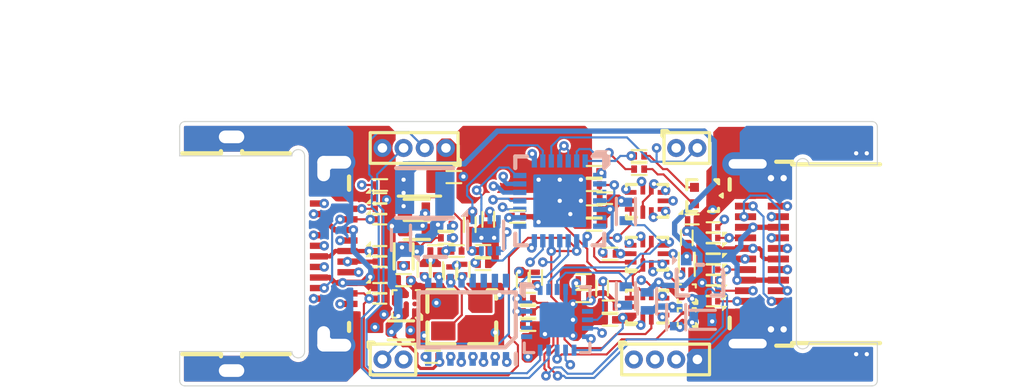
<source format=kicad_pcb>
(kicad_pcb (version 20211014) (generator pcbnew)
  (layers (0 "F.Cu" signal) (1 "In1.Cu" signal) (2 "In2.Cu" signal) (3 "In3.Cu" signal) (4 "In4.Cu" signal) (31 "B.Cu" signal) (34 "B.Paste" user) (35 "F.Paste" user) (36 "B.SilkS" user "B.Silkscreen") (37 "F.SilkS" user "F.Silkscreen") (38 "B.Mask" user) (39 "F.Mask" user) (44 "Edge.Cuts" user))
  (net 0 "")
  (net 1 "GND")
  (net 2 "Net-(C1-Pad2)")
  (net 3 "+3V3")
  (net 4 "Net-(C3-Pad1)")
  (net 5 "Net-(C4-Pad1)")
  (net 6 "+5VP")
  (net 7 "Net-(C7-Pad2)")
  (net 8 "/~{RST}")
  (net 9 "Net-(C12-Pad1)")
  (net 10 "Net-(C12-Pad2)")
  (net 11 "+3.3VP")
  (net 12 "VBUS")
  (net 13 "VDD")
  (net 14 "Net-(C22-Pad1)")
  (net 15 "Net-(C23-Pad1)")
  (net 16 "Net-(D1-Pad2)")
  (net 17 "Net-(D1-Pad3)")
  (net 18 "/DAP_Rx")
  (net 19 "/DAP_Tx")
  (net 20 "/DAP_DIO")
  (net 21 "/DAP_CLK")
  (net 22 "/DP")
  (net 23 "/DN")
  (net 24 "VDC")
  (net 25 "/DBG-RxP")
  (net 26 "/DBG-RxN")
  (net 27 "/SWD-SBU1")
  (net 28 "/SWD-SBU2")
  (net 29 "/UART-CC1")
  (net 30 "/UART-CC2")
  (net 31 "/DVC-DP")
  (net 32 "/DVC-DN")
  (net 33 "/AUX_SWDIO")
  (net 34 "/AUX_SWCLK")
  (net 35 "/SWCLK_TCK")
  (net 36 "/SWDIO_TMS")
  (net 37 "/SWRST_SRST")
  (net 38 "/TRST")
  (net 39 "/KEY")
  (net 40 "/FL_MOSI")
  (net 41 "/FL_MISO")
  (net 42 "/SWO_TDO")
  (net 43 "Net-(Q1-Pad1)")
  (net 44 "/IDL-D")
  (net 45 "/LED_B")
  (net 46 "/LED_R")
  (net 47 "Net-(R3-Pad1)")
  (net 48 "Net-(R4-Pad1)")
  (net 49 "/FL_~{CS}")
  (net 50 "/Isns_P")
  (net 51 "/Isns_N")
  (net 52 "Net-(R10-Pad1)")
  (net 53 "/BOOT0")
  (net 54 "Net-(R13-Pad1)")
  (net 55 "/~{OE}")
  (net 56 "/JTAG_SEL")
  (net 57 "/FL_SCK")
  (net 58 "/DAP_DN")
  (net 59 "/DAP_DP")
  (net 68 "/TDI")
  (net 69 "/UART-Tx")
  (net 70 "/UART-Rx")
  (net 71 "/3V3_SEL")
  (net 72 "/5V_SEL")
  (net 73 "/DIR_SEL")
  (footprint "001_GN_RCL_SMD:C0201(0603M)" (layer "F.Cu") (at 112.375 102.5 180)
    (fp_text reference "C20" hide)
    (fp_text value "100nF" hide)
  )
  (footprint "104_SP_SMALL_SMD:CSP-4_S7575" (layer "F.Cu") (at 116 103 90)
    (fp_text reference "U7" hide)
    (fp_text value "LP5240HVF" hide)
  )
  (footprint "251_CONN_PIN_HEADER_THD:VM-01x04_1mm" (layer "F.Cu") (at 103.125 95 180)
    (fp_text reference "J2" hide)
    (fp_text value "Conn_01x04" hide)
  )
  (footprint "001_GN_RCL_SMD:C0201(0603M)" (layer "F.Cu") (at 108 98.25)
    (fp_text reference "C8" hide)
    (fp_text value "100nF" hide)
  )
  (footprint "001_GN_RCL_SMD:R0201(0603M)" (layer "F.Cu") (at 108.25 101.25 90)
    (fp_text reference "R9" hide)
    (fp_text value "10k" hide)
  )
  (footprint "301_MECH_DRAWING:NetCNVT" (layer "F.Cu") (at 110.2 99.875 180)
    (fp_text reference "NT4" hide)
    (fp_text value "NetCNVT-2" hide)
  )
  (footprint "002_GN_TWO-PIN_PLASTIC_SMD:DFN-2_0603" (layer "F.Cu") (at 101.5 97.875)
    (fp_text reference "D6" hide)
    (fp_text value "LESD11LL5.0CT5G" hide)
  )
  (footprint "002_GN_TWO-PIN_PLASTIC_SMD:DFN-2_0603" (layer "F.Cu") (at 116.25 98.375)
    (fp_text reference "D9" hide)
    (fp_text value "LESD11LL5.0CT5G" hide)
  )
  (footprint "206_CONN_USB:SCM-24_L1402SST" (layer "F.Cu") (at 125 100)
    (fp_text reference "J3" hide)
    (fp_text value "USB_TypeC-24" hide)
    (fp_line (start -3.825 -4.125) (end -3.825 4.125) (layer "Edge.Cuts") (width 0.05))
  )
  (footprint "002_GN_TWO-PIN_PLASTIC_SMD:DFN-2_0603" (layer "F.Cu") (at 101.5 98.375)
    (fp_text reference "D5" hide)
    (fp_text value "LESD11LL5.0CT5G" hide)
  )
  (footprint "001_GN_RCL_SMD:R0201(0603M)" (layer "F.Cu") (at 108.5 102.125 180)
    (fp_text reference "R8" hide)
    (fp_text value "10k" hide)
  )
  (footprint "003_GN_SMALL-SEMI_SMD:DFN-3_1006" (layer "F.Cu") (at 116 100.5 90)
    (fp_text reference "Q2" hide)
    (fp_text value "TPM7002DFN3" hide)
  )
  (footprint "002_GN_TWO-PIN_PLASTIC_SMD:DFN-2_0603" (layer "F.Cu") (at 101.5 97.375)
    (fp_text reference "D4" hide)
    (fp_text value "LESD11LL5.0CT5G" hide)
  )
  (footprint "001_GN_RCL_SMD:C0402(1005M)" (layer "F.Cu") (at 102.625 100.125 -90)
    (fp_text reference "C10" hide)
    (fp_text value "4.7uF" hide)
  )
  (footprint "001_GN_RCL_SMD:C0201(0603M)" (layer "F.Cu") (at 105.45 100.75 -90)
    (fp_text reference "C1" hide)
    (fp_text value "10pF" hide)
  )
  (footprint "001_GN_RCL_SMD:L0603(1608M)" (layer "F.Cu") (at 103.375 96.625 180)
    (fp_text reference "FB1" hide)
    (fp_text value "120R_100MHz" hide)
  )
  (footprint "206_CONN_USB:SCF-24_7925SST" (layer "F.Cu") (at 96 100 90)
    (fp_text reference "J1" hide)
    (fp_text value "USB_TypeC-24" hide)
    (fp_line (start 4.625 1.95) (end -4.625 1.95) (layer "Edge.Cuts") (width 0.05))
    (fp_line (start 6 -3.95) (end 4.625 -3.95) (layer "Edge.Cuts") (width 0.05))
    (fp_line (start -6 -3.95) (end -4.625 -3.95) (layer "Edge.Cuts") (width 0.05))
    (fp_line (start 4.625 -3.95) (end 4.625 1.35) (layer "Edge.Cuts") (width 0.05))
    (fp_line (start -4.625 -3.95) (end -4.625 1.35) (layer "Edge.Cuts") (width 0.05))
    (fp_arc (start -4.625 1.95) (mid -4.925 1.65) (end -4.625 1.35) (layer "Edge.Cuts") (width 0.05))
    (fp_arc (start 4.625 1.35) (mid 4.925 1.65) (end 4.625 1.95) (layer "Edge.Cuts") (width 0.05))
  )
  (footprint "001_GN_RCL_SMD:R0201(0603M)" (layer "F.Cu") (at 104.625 99.25 180)
    (fp_text reference "R10" hide)
    (fp_text value "100k" hide)
  )
  (footprint "001_GN_RCL_SMD:R0201(0603M)" (layer "F.Cu") (at 105.125 99.875)
    (fp_text reference "R13" hide)
    (fp_text value "68k" hide)
  )
  (footprint "002_GN_TWO-PIN_PLASTIC_SMD:DFN-2_0603" (layer "F.Cu") (at 101.5 101.625)
    (fp_text reference "D2" hide)
    (fp_text value "LESD11LL5.0CT5G" hide)
  )
  (footprint "001_GN_RCL_SMD:C0402(1005M)" (layer "F.Cu") (at 103.25 97.875)
    (fp_text reference "C16" hide)
    (fp_text value "4.7uF" hide)
  )
  (footprint "001_GN_RCL_SMD:C0402(1005M)" (layer "F.Cu") (at 102.5 103.625)
    (fp_text reference "C26" hide)
    (fp_text value "1uF" hide)
  )
  (footprint "001_GN_RCL_SMD:R0201(0603M)" (layer "F.Cu") (at 111.625 96.125 180)
    (fp_text reference "R11" hide)
    (fp_text value "10k" hide)
  )
  (footprint "001_GN_RCL_SMD:C0201(0603M)" (layer "F.Cu") (at 111.125 102 180)
    (fp_text reference "C17" hide)
    (fp_text value "100nF" hide)
  )
  (footprint "001_GN_RCL_SMD:R0201(0603M)" (layer "F.Cu") (at 105.75 98.625 -90)
    (fp_text reference "R5" hide)
    (fp_text value "10k" hide)
  )
  (footprint "001_GN_RCL_SMD:R0201(0603M)" (layer "F.Cu") (at 108.5 102.75 180)
    (fp_text reference "R6" hide)
    (fp_text value "10k" hide)
  )
  (footprint "001_GN_RCL_SMD:C0201(0603M)" (layer "F.Cu") (at 104 104.875 180)
    (fp_text reference "C5" hide)
    (fp_text value "100nF" hide)
  )
  (footprint "001_GN_RCL_SMD:C0201(0603M)" (layer "F.Cu") (at 104.625 98.625 180)
    (fp_text reference "C12" hide)
    (fp_text value "100nF" hide)
  )
  (footprint "251_CONN_PIN_HEADER_THD:VM-01x02_1mm" (layer "F.Cu") (at 116 95)
    (fp_text reference "J4" hide)
    (fp_text value "Conn_01x02" hide)
  )
  (footprint "104_SP_SMALL_SMD:LGA-9_1212_LSW" (layer "F.Cu") (at 102.75 102.375 90)
    (fp_text reference "U11" hide)
    (fp_text value "AW33901FCR" hide)
  )
  (footprint "001_GN_RCL_SMD:C0201(0603M)" (layer "F.Cu") (at 104.825 100.875 -90)
    (fp_text reference "C7" hide)
    (fp_text value "10pF" hide)
  )
  (footprint "104_SP_SMALL_SMD:CSP-4_S7575" (layer "F.Cu") (at 116 101.875 90)
    (fp_text reference "U4" hide)
    (fp_text value "LP5240HVF" hide)
  )
  (footprint "001_GN_RCL_SMD:R0201(0603M)" (layer "F.Cu") (at 112.125 97.375 180)
    (fp_text reference "R12" hide)
    (fp_text value "10k" hide)
  )
  (footprint "003_GN_SMALL-SEMI_SMD:LED-4_1010" (layer "F.Cu") (at 116.75 97.25)
    (fp_text reference "D1" hide)
    (fp_text value "XL-1010SURUBC" hide)
  )
  (footprint "001_GN_RCL_SMD:C0201(0603M)" (layer "F.Cu") (at 102.625 101.25)
    (fp_text reference "C25" hide)
    (fp_text value "100nF" hide)
  )
  (footprint "001_GN_RCL_SMD:R0201(0603M)" (layer "F.Cu") (at 101.5 96.75)
    (fp_text reference "R17" hide)
    (fp_text value "10k" hide)
  )
  (footprint "001_GN_RCL_SMD:C0201(0603M)" (layer "F.Cu") (at 111.125 101.25)
    (fp_text reference "C22" hide)
    (fp_text value "4.7uF" hide)
  )
  (footprint "001_GN_RCL_SMD:C0201(0603M)" (layer "F.Cu") (at 104.2 100.75 90)
    (fp_text reference "C4" hide)
    (fp_text value "100nF" hide)
  )
  (footprint "001_GN_RCL_SMD:R0201(0603M)" (layer "F.Cu") (at 116 99.25 -90)
    (fp_text reference "R19" hide)
    (fp_text value "10k" hide)
  )
  (footprint "002_GN_TWO-PIN_PLASTIC_SMD:DFN-2_0603" (layer "F.Cu") (at 117.25 99.75 180)
    (fp_text reference "D16" hide)
    (fp_text value "LESD11LL5.0CT5G" hide)
  )
  (footprint "002_GN_TWO-PIN_PLASTIC_SMD:DFN-2_0603" (layer "F.Cu") (at 101.5 102.125)
    (fp_text reference "D3" hide)
    (fp_text value "LESD11LL5.0CT5G" hide)
  )
  (footprint "002_GN_TWO-PIN_PLASTIC_SMD:DFN-2_0603" (layer "F.Cu") (at 117.25 101.75 180)
    (fp_text reference "D11" hide)
    (fp_text value "LESD11LL5.0CT5G" hide)
  )
  (footprint "002_GN_TWO-PIN_PLASTIC_SMD:DFN-2_0603" (layer "F.Cu") (at 101.5 100.375)
    (fp_text reference "D8" hide)
    (fp_text value "LESD11LL5.0CT5G" hide)
  )
  (footprint "002_GN_TWO-PIN_PLASTIC_SMD:DFN-2_0603" (layer "F.Cu") (at 117.25 100.75 180)
    (fp_text reference "D12" hide)
    (fp_text value "LESD11LL5.0CT5G" hide)
  )
  (footprint "001_GN_RCL_SMD:C0201(0603M)" (layer "F.Cu") (at 111.625 96.75 180)
    (fp_text reference "C11" hide)
    (fp_text value "100nF" hide)
  )
  (footprint "001_GN_RCL_SMD:C0201(0603M)" (layer "F.Cu") (at 111.625 98 180)
    (fp_text reference "C6" hide)
    (fp_text value "100nF" hide)
  )
  (footprint "003_GN_SMALL-SEMI_SMD:QFN-10_1814" (layer "F.Cu") (at 114.125 97.5)
    (fp_text reference "U10" hide)
    (fp_text value "DIO32220LP10" hide)
  )
  (footprint "003_GN_SMALL-SEMI_SMD:QFN-10_1814" (layer "F.Cu") (at 114.125 102.5)
    (fp_text reference "U8" hide)
    (fp_text value "DIO32220LP10" hide)
  )
  (footprint "002_GN_TWO-PIN_PLASTIC_SMD:DFN-2_0603" (layer "F.Cu") (at 117.25 98.75 180)
    (fp_text reference "D13" hide)
    (fp_text value "LESD11LL5.0CT5G" hide)
  )
  (footprint "002_GN_TWO-PIN_PLASTIC_SMD:DFN-2_0603" (layer "F.Cu") (at 117.25 101.25 180)
    (fp_text reference "D15" hide)
    (fp_text value "LESD11LL5.0CT5G" hide)
  )
  (footprint "001_GN_RCL_SMD:R0201(0603M)" (layer "F.Cu") (at 112.375 103.125)
    (fp_text reference "R16" hide)
    (fp_text value "10k" hide)
  )
  (footprint "001_GN_RCL_SMD:C0201(0603M)" (layer "F.Cu") (at 111.625 98.625 180)
    (fp_text reference "C24" hide)
    (fp_text value "100nF" hide)
  )
  (footprint "251_CONN_PIN_HEADER_THD:VM-01x04_1mm" (layer "F.Cu") (at 115 105)
    (fp_text reference "J6" hide)
    (fp_text value "Conn_01x04" hide)
  )
  (footprint "001_GN_RCL_SMD:C0201(0603M)" (layer "F.Cu") (at 103.575 100.75 90)
    (fp_text reference "C3" hide)
    (fp_text value "100nF" hide)
  )
  (footprint "006_GN_XTAL_OSC_SMD:CXO-4_2520" (layer "F.Cu") (at 105.375 103 180)
    (fp_text reference "X1" hide)
    (fp_text value "12MHz" hide)
  )
  (footprint "002_GN_TWO-PIN_PLASTIC_SMD:DFN-2_0603" (layer "F.Cu") (at 117.25 100.25 180)
    (fp_text reference "D17" hide)
    (fp_text value "LESD11LL5.0CT5G" hide)
  )
  (footprint "001_GN_RCL_SMD:R0201(0603M)" (layer "F.Cu") (at 104.125 99.875 180)
    (fp_text reference "R14" hide)
    (fp_text value "21.5k" hide)
  )
  (footprint "003_GN_SMALL-SEMI_SMD:QFN-10_1814" (layer "F.Cu") (at 114.125 100)
    (fp_text reference "U9" hide)
    (fp_text value "DIO32220LP10" hide)
  )
  (footprint "002_GN_TWO-PIN_PLASTIC_SMD:DFN-2_0603" (layer "F.Cu") (at 101.5 99.875)
    (fp_text reference "D7" hide)
    (fp_text value "LESD11LL5.0CT5G" hide)
  )
  (footprint "001_GN_RCL_SMD:C0402(1005M)" (layer "F.Cu") (at 103.25 98.875)
    (fp_text reference "C19" hide)
    (fp_text value "4.7uF" hide)
  )
  (footprint "002_GN_TWO-PIN_PLASTIC_SMD:DFN-2_0603" (layer "F.Cu") (at 117.25 99.25 180)
    (fp_text reference "D14" hide)
    (fp_text value "LESD11LL5.0CT5G" hide)
  )
  (footprint "001_GN_RCL_SMD:R0201(0603M)" (layer "F.Cu") (at 113.75 95.375 180)
    (fp_text reference "R1" hide)
    (fp_text value "1k" hide)
  )
  (footprint "001_GN_RCL_SMD:R0201(0603M)" (layer "F.Cu") (at 113.75 96 180)
    (fp_text reference "R2" hide)
    (fp_text value "1k" hide)
  )
  (footprint "001_GN_RCL_SMD:R0201(0603M)" (layer "F.Cu") (at 106.375 100.5)
    (fp_text reference "R4" hide)
    (fp_text value "10k" hide)
  )
  (footprint "001_GN_RCL_SMD:C0201(0603M)" (layer "F.Cu") (at 106.375 99.875)
    (fp_text reference "C2" hide)
    (fp_text value "100nF" hide)
  )
  (footprint "001_GN_RCL_SMD:C0201(0603M)" (layer "F.Cu") (at 108.875 101.125 90)
    (fp_text reference "C23" hide)
    (fp_text value "100nF" hide)
  )
  (footprint "001_GN_RCL_SMD:C0201(0603M)" (layer "F.Cu") (at 112.375 100 180)
    (fp_text reference "C21" hide)
    (fp_text value "100nF" hide)
  )
  (footprint "001_GN_RCL_SMD:C0201(0603M)" (layer "F.Cu") (at 105 96.375)
    (fp_text reference "C14" hide)
    (fp_text value "100nF" hide)
  )
  (footprint "001_GN_RCL_SMD:R0201(0603M)" (layer "F.Cu") (at 112 101.625 90)
    (fp_text reference "R15" hide)
    (fp_text value "10k" hide)
  )
  (footprint "001_GN_RCL_SMD:R0201(0603M)" (layer "F.Cu") (at 108.5 103.375)
    (fp_text reference "R7" hide)
    (fp_text value "10k" hide)
  )
  (footprint "251_CONN_PIN_HEADER_THD:VM-01x02_1mm" (layer "F.Cu") (at 102.125 105)
    (fp_text reference "J5" hide)
    (fp_text value "Conn_01x02" hide)
  )
  (footprint "001_GN_RCL_SMD:R0201(0603M)" (layer "F.Cu") (at 106.625 98.375 -90)
    (fp_text reference "R3" hide)
    (fp_text value "10k" hide)
  )
  (footprint "002_GN_TWO-PIN_PLASTIC_SMD:DFN-2_0603" (layer "F.Cu") (at 117.25 102.25 180)
    (fp_text reference "D10" hide)
    (fp_text value "LESD11LL5.0CT5G" hide)
  )
  (footprint "003_GN_SMALL-SEMI_SMD:DFN-8_1515" (layer "B.Cu") (at 106.5 99.125)
    (fp_text reference "U1" hide)
    (fp_text value "ZD25Q80BNIGR" hide)
  )
  (footprint "001_GN_RCL_SMD:R0402(1005M)" (layer "B.Cu") (at 113.125 98 -90)
    (fp_text reference "R18" hide)
    (fp_text value "100k" hide)
  )
  (footprint "001_GN_RCL_SMD:C0402(1005M)" (layer "B.Cu") (at 102.5 99.25 90)
    (fp_text reference "C9" hide)
    (fp_text value "4.7uF" hide)
  )
  (footprint "004_GN_MIDDLE-SEMI_SMD:QFN-28_4040" (layer "B.Cu") (at 110 97.5 180)
    (fp_text reference "U3" hide)
    (fp_text value "GD32F350G8U6" hide)
  )
  (footprint "001_GN_RCL_SMD:R0402(1005M)" (layer "B.Cu") (at 113.125 102 90)
    (fp_text reference "R20" hide)
    (fp_text value "100k" hide)
  )
  (footprint "008_GN_POWER-CHOKE_SMD:MC-2520" (layer "B.Cu") (at 103.625 97.125 180)
    (fp_text reference "L1" hide)
    (fp_text value "4.7uH" hide)
  )
  (footprint "301_MECH_DRAWING:NetCNVT" (layer "B.Cu") (at 107.425 99.375 90)
    (fp_text reference "NT1" hide)
    (fp_text value "NetCNVT-2" hide)
  )
  (footprint "301_MECH_DRAWING:NetCNVT" (layer "B.Cu") (at 106.3 97.65 90)
    (fp_text reference "NT2" hide)
    (fp_text value "NetCNVT-2" hide)
  )
  (footprint "001_GN_RCL_SMD:C0402(1005M)" (layer "B.Cu") (at 114.125 102.25 -90)
    (fp_text reference "C13" hide)
    (fp_text value "100nF" hide)
  )
  (footprint "001_GN_RCL_SMD:C0402(1005M)" (layer "B.Cu") (at 115.5 103 90)
    (fp_text reference "C15" hide)
    (fp_text value "100nF" hide)
  )
  (footprint "001_GN_RCL_SMD:C0402(1005M)" (layer "B.Cu") (at 116.75 103.125)
    (fp_text reference "C18" hide)
    (fp_text value "100nF" hide)
  )
  (footprint "301_MECH_DRAWING:NetCNVT" (layer "B.Cu") (at 114.575 95.4 -90)
    (fp_text reference "NT3" hide)
    (fp_text value "NetCNVT-2" hide)
  )
  (footprint "003_GN_SMALL-SEMI_SMD:QFN-20_3030" (layer "B.Cu") (at 109.875 103.125 -90)
    (fp_text reference "U6" hide)
    (fp_text value "HC32L110B6YA" hide)
  )
  (footprint "003_GN_SMALL-SEMI_SMD:SOT-563" (layer "B.Cu") (at 104.125 99.25 180)
    (fp_text reference "U5" hide)
    (fp_text value "JW5393FSOTI" hide)
  )
  (footprint "003_GN_SMALL-SEMI_SMD:SOT-323" (layer "B.Cu") (at 116.625 101.25 90)
    (fp_text reference "Q1" hide)
    (fp_text value "YJL2101W" hide)
  )
  (footprint "004_GN_MIDDLE-SEMI_SMD:MSOP-16_2646" (layer "B.Cu") (at 105.625 103.125 90)
    (fp_text reference "U2" hide)
    (fp_text value "SL2.1S" hide)
  )
  (gr_arc (start 121.775 104.2) (mid 121.475 104.5) (end 121.175 104.2) (layer "Edge.Cuts") (width 0.05))
  (gr_arc (start 125 106) (mid 124.926777 106.176777) (end 124.75 106.25) (layer "Edge.Cuts") (width 0.05))
  (gr_line (start 125 106) (end 125 104.2) (layer "Edge.Cuts") (width 0.05))
  (gr_arc (start 92.05 94) (mid 92.123223 93.823223) (end 92.3 93.75) (layer "Edge.Cuts") (width 0.05))
  (gr_line (start 125 104.2) (end 121.775 104.2) (layer "Edge.Cuts") (width 0.05))
  (gr_line (start 124.75 106.25) (end 92.3 106.25) (layer "Edge.Cuts") (width 0.05))
  (gr_arc (start 92.3 106.25) (mid 92.123223 106.176777) (end 92.05 106) (layer "Edge.Cuts") (width 0.05))
  (gr_line (start 121.175 95.8) (end 121.175 95.875) (layer "Edge.Cuts") (width 0.05))
  (gr_line (start 121.775 95.8) (end 125 95.8) (layer "Edge.Cuts") (width 0.05))
  (gr_arc (start 121.175 95.8) (mid 121.475 95.5) (end 121.775 95.8) (layer "Edge.Cuts") (width 0.05))
  (gr_line (start 125 95.8) (end 125 94) (layer "Edge.Cuts") (width 0.05))
  (gr_line (start 92.3 93.75) (end 124.75 93.75) (layer "Edge.Cuts") (width 0.05))
  (gr_line (start 121.175 104.125) (end 121.175 104.2) (layer "Edge.Cuts") (width 0.05))
  (gr_arc (start 124.75 93.75) (mid 124.926777 93.823223) (end 125 94) (layer "Edge.Cuts") (width 0.05))
  (segment (start 108.875 103.375) (end 109.3 103.8) (width 0.25) (layer "F.Cu") (net 1))
  (segment (start 108.25 98.25) (end 108.75 98.25) (width 0.25) (layer "F.Cu") (net 1))
  (segment (start 108.75 98.25) (end 109 98.5) (width 0.25) (layer "F.Cu") (net 1))
  (segment (start 108.7375 103.375) (end 108.875 103.375) (width 0.25) (layer "F.Cu") (net 1))
  (via (at 103.6 103.875) (size 0.45) (drill 0.2) (layers "F.Cu" "B.Cu") (net 1))
  (via (at 111 97.5) (size 0.45) (drill 0.2) (layers "F.Cu" "B.Cu") (net 1))
  (via (at 109 96.5) (size 0.45) (drill 0.2) (layers "F.Cu" "B.Cu") (net 1))
  (via (at 124.5 104.75) (size 0.45) (drill 0.2) (layers "F.Cu" "B.Cu") (net 1))
  (via (at 102.625 100.575) (size 0.45) (drill 0.2) (layers "F.Cu" "B.Cu") (net 1))
  (via (at 105.45 96.35) (size 0.45) (drill 0.2) (layers "F.Cu" "B.Cu") (net 1))
  (via (at 108.5 104.875) (size 0.45) (drill 0.2) (layers "F.Cu" "B.Cu") (net 1))
  (via (at 103.525 98.675) (size 0.45) (drill 0.2) (layers "F.Cu" "B.Cu") (net 1))
  (via (at 102.95 103.625) (size 0.45) (drill 0.2) (layers "F.Cu" "B.Cu") (net 1))
  (via (at 110.625 103.875) (size 0.45) (drill 0.2) (layers "F.Cu" "B.Cu") (net 1))
  (via (at 110 97.5) (size 0.45) (drill 0.2) (layers "F.Cu" "B.Cu") (net 1))
  (via (at 116.725 101.375) (size 0.45) (drill 0.2) (layers "F.Cu" "B.Cu") (net 1))
  (via (at 124.5 95.25) (size 0.45) (drill 0.2) (layers "F.Cu" "B.Cu") (net 1))
  (via (at 109 98.5) (size 0.45) (drill 0.2) (layers "F.Cu" "B.Cu") (net 1))
  (via (at 110.625 103.125) (size 0.45) (drill 0.2) (layers "F.Cu" "B.Cu") (net 1))
  (via (at 103.9 100.3) (size 0.45) (drill 0.2) (layers "F.Cu" "B.Cu") (net 1))
  (via (at 101.7 102.875) (size 0.45) (drill 0.2) (layers "F.Cu" "B.Cu") (net 1))
  (via (at 108.075 100.85) (size 0.45) (drill 0.2) (layers "F.Cu" "B.Cu") (net 1))
  (via (at 101.825 97.45) (size 0.45) (drill 0.2) (layers "F.Cu" "B.Cu") (net 1))
  (via (at 115.35 100) (size 0.45) (drill 0.2) (layers "F.Cu" "B.Cu") (net 1))
  (via (at 105.125 100.55) (size 0.45) (drill 0.2) (layers "F.Cu" "B.Cu") (net 1))
  (via (at 102.075 98.7) (size 0.45) (drill 0.2) (layers "F.Cu" "B.Cu") (net 1))
  (via (at 112.025 99.925) (size 0.45) (drill 0.2) (layers "F.Cu" "B.Cu") (net 1))
  (via (at 106.9 99.25) (size 0.45) (drill 0.2) (layers "F.Cu" "B.Cu") (net 1))
  (via (at 115.325 102.5) (size 0.45) (drill 0.2) (layers "F.Cu" "B.Cu") (net 1))
  (via (at 110.625 102.375) (size 0.45) (drill 0.2) (layers "F.Cu" "B.Cu") (net 1))
  (via (at 110 96.5) (size 0.45) (drill 0.2) (layers "F.Cu" "B.Cu") (net 1))
  (via (at 124 104.75) (size 0.45) (drill 0.2) (layers "F.Cu" "B.Cu") (net 1))
  (via (at 102.975 101.275) (size 0.45) (drill 0.2) (layers "F.Cu" "B.Cu") (net 1))
  (via (at 109.3 103.8) (size 0.45) (drill 0.2) (layers "F.Cu" "B.Cu") (net 1))
  (via (at 115.35 97.5) (size 0.45) (drill 0.2) (layers "F.Cu" "B.Cu") (net 1))
  (via (at 111 96.5) (size 0.45) (drill 0.2) (layers "F.Cu" "B.Cu") (net 1))
  (via (at 106.95 103.725) (size 0.45) (drill 0.2) (layers "F.Cu" "B.Cu") (net 1))
  (via (at 106.3 99.25) (size 0.45) (drill 0.2) (layers "F.Cu" "B.Cu") (net 1))
  (via (at 117.2 103.2) (size 0.45) (drill 0.2) (layers "F.Cu" "B.Cu") (net 1))
  (via (at 101.275 103.475) (size 0.45) (drill 0.2) (layers "F.Cu" "B.Cu") (net 1))
  (via (at 103.65 104.875) (size 0.45) (drill 0.2) (layers "F.Cu" "B.Cu") (net 1))
  (via (at 103.65 98.1) (size 0.45) (drill 0.2) (layers "F.Cu" "B.Cu") (net 1))
  (via (at 124 95.25) (size 0.45) (drill 0.2) (layers "F.Cu" "B.Cu") (net 1))
  (via (at 104.175 102.325) (size 0.45) (drill 0.2) (layers "F.Cu" "B.Cu") (net 1))
  (via (at 117.225 97.925) (size 0.45) (drill 0.2) (layers "F.Cu" "B.Cu") (net 1))
  (via (at 107.15 101.95) (size 0.45) (drill 0.2) (layers "F.Cu" "B.Cu") (net 1))
  (via (at 110.5 98.125) (size 0.45) (drill 0.2) (layers "F.Cu" "B.Cu") (net 1))
  (segment (start 107.1 98.3875) (end 107.1 98.725) (width 0.2) (layer "B.Cu") (net 1))
  (segment (start 107.1 98.725) (end 106.7 99.125) (width 0.2) (layer "B.Cu") (net 1))
  (segment (start 114.125 102.675) (end 114.425 102.675) (width 0.3) (layer "B.Cu") (net 1))
  (segment (start 110.275 101.6875) (end 110.275 102.725) (width 0.2) (layer "B.Cu") (net 1))
  (segment (start 106.7 99.125) (end 106.5 99.125) (width 0.2) (layer "B.Cu") (net 1))
  (segment (start 114.425 102.675) (end 114.6 102.5) (width 0.3) (layer "B.Cu") (net 1))
  (segment (start 110.275 102.725) (end 109.875 103.125) (width 0.2) (layer "B.Cu") (net 1))
  (segment (start 114.6 102.5) (end 115.325 102.5) (width 0.3) (layer "B.Cu") (net 1))
  (segment (start 106.125 102.35) (end 106.25 102.35) (width 0.1) (layer "F.Cu") (net 2))
  (segment (start 105.375 101.45) (end 105.7 101.775) (width 0.1) (layer "F.Cu") (net 2))
  (segment (start 105.375 101.1) (end 105.375 101.45) (width 0.1) (layer "F.Cu") (net 2))
  (segment (start 105.7 101.925) (end 106.125 102.35) (width 0.1) (layer "F.Cu") (net 2))
  (segment (start 105.7 101.775) (end 105.7 101.925) (width 0.1) (layer "F.Cu") (net 2))
  (via (at 105.375 101.1) (size 0.45) (drill 0.2) (layers "F.Cu" "B.Cu") (net 2))
  (segment (start 112.625 102.5) (end 112.625 102.3) (width 0.2) (layer "F.Cu") (net 3))
  (segment (start 111.8625 101.8625) (end 111.5875 101.8625) (width 0.2) (layer "F.Cu") (net 3))
  (segment (start 112.1875 101.8625) (end 112 101.8625) (width 0.2) (layer "F.Cu") (net 3))
  (segment (start 112.625 102.3) (end 112.1875 101.8625) (width 0.2) (layer "F.Cu") (net 3))
  (segment (start 111.5875 101.8625) (end 111.45 102) (width 0.2) (layer "F.Cu") (net 3))
  (segment (start 111.475 102.2) (end 111.8125 101.8625) (width 0.2) (layer "F.Cu") (net 3))
  (segment (start 113.35 102.5) (end 112.85 102.5) (width 0.225) (layer "F.Cu") (net 3))
  (segment (start 111.8125 101.8625) (end 111.8625 101.8625) (width 0.2) (layer "F.Cu") (net 3))
  (segment (start 112 101.8625) (end 111.8625 101.8625) (width 0.2) (layer "F.Cu") (net 3))
  (segment (start 112.85 102.5) (end 112.8 102.45) (width 0.225) (layer "F.Cu") (net 3))
  (segment (start 105.75 98.8625) (end 105.75 99.775) (width 0.2) (layer "F.Cu") (net 3))
  (segment (start 113.35 100) (end 112.875 100) (width 0.225) (layer "F.Cu") (net 3))
  (segment (start 105.75 99.775) (end 105.85 99.875) (width 0.2) (layer "F.Cu") (net 3))
  (via (at 105.85 99.875) (size 0.45) (drill 0.2) (layers "F.Cu" "B.Cu") (net 3))
  (via (at 112.9 97.5) (size 0.45) (drill 0.2) (layers "F.Cu" "B.Cu") (net 3))
  (via (at 111.475 102.2) (size 0.45) (drill 0.2) (layers "F.Cu" "B.Cu") (net 3))
  (via (at 112.8 102.45) (size 0.45) (drill 0.2) (layers "F.Cu" "B.Cu") (net 3))
  (via (at 107.6 98.3) (size 0.45) (drill 0.2) (layers "F.Cu" "B.Cu") (net 3))
  (via (at 112.375 97.9) (size 0.45) (drill 0.2) (layers "F.Cu" "B.Cu") (net 3))
  (via (at 112.875 100) (size 0.45) (drill 0.2) (layers "F.Cu" "B.Cu") (net 3))
  (segment (start 108.1125 98.3) (end 107.6 98.3) (width 0.25) (layer "B.Cu") (net 3))
  (segment (start 112.875 100) (end 112.275 99.4) (width 0.15) (layer "B.Cu") (net 3))
  (segment (start 112.475 98) (end 112.375 97.9) (width 0.15) (layer "B.Cu") (net 3))
  (segment (start 112.275 99.075) (end 112.475 98.875) (width 0.15) (layer "B.Cu") (net 3))
  (segment (start 112.475 98.875) (end 112.475 98) (width 0.15) (layer "B.Cu") (net 3))
  (segment (start 112.275 99.4) (end 112.275 99.075) (width 0.15) (layer "B.Cu") (net 3))
  (via (at 103.625 101.1) (size 0.45) (drill 0.2) (layers "F.Cu" "B.Cu") (net 4))
  (via (at 104.3 101.1) (size 0.45) (drill 0.2) (layers "F.Cu" "B.Cu") (net 5))
  (segment (start 102.875 104.35) (end 102.6 104.35) (width 0.15) (layer "F.Cu") (net 6))
  (segment (start 104.025 105.425) (end 103.425 105.425) (width 0.15) (layer "F.Cu") (net 6))
  (segment (start 103.25 105.25) (end 103.25 104.725) (width 0.15) (layer "F.Cu") (net 6))
  (segment (start 103.925 99.45) (end 103.625 99.45) (width 0.1) (layer "F.Cu") (net 6))
  (segment (start 115.675 103.475) (end 115.675 103.325) (width 0.25) (layer "F.Cu") (net 6))
  (segment (start 102.05 103.8) (end 102.05 103.7) (width 0.15) (layer "F.Cu") (net 6))
  (segment (start 102.6 104.35) (end 102.05 103.8) (width 0.15) (layer "F.Cu") (net 6))
  (segment (start 103.425 105.425) (end 103.25 105.25) (width 0.15) (layer "F.Cu") (net 6))
  (segment (start 104.3875 99.25) (end 104.125 99.25) (width 0.1) (layer "F.Cu") (net 6))
  (segment (start 104.325 105.125) (end 104.025 105.425) (width 0.15) (layer "F.Cu") (net 6))
  (segment (start 115.675 103.325) (end 115.8 103.2) (width 0.25) (layer "F.Cu") (net 6))
  (segment (start 103.25 99.825) (end 103.25 99.9) (width 0.1) (layer "F.Cu") (net 6))
  (segment (start 103.625 99.45) (end 103.25 99.825) (width 0.1) (layer "F.Cu") (net 6))
  (segment (start 103.25 104.725) (end 102.875 104.35) (width 0.15) (layer "F.Cu") (net 6))
  (segment (start 104.125 99.25) (end 103.925 99.45) (width 0.1) (layer "F.Cu") (net 6))
  (via (at 102.55 99.7) (size 0.45) (drill 0.2) (layers "F.Cu" "B.Cu") (net 6))
  (via (at 102.375 102.95) (size 0.45) (drill 0.2) (layers "F.Cu" "B.Cu") (net 6))
  (via (at 103.25 99.9) (size 0.45) (drill 0.2) (layers "F.Cu" "B.Cu") (net 6))
  (via (at 115.675 103.475) (size 0.45) (drill 0.2) (layers "F.Cu" "B.Cu") (net 6))
  (via (at 104.325 105.125) (size 0.45) (drill 0.2) (layers "F.Cu" "B.Cu") (net 6))
  (via (at 102.05 103.7) (size 0.45) (drill 0.2) (layers "F.Cu" "B.Cu") (net 6))
  (segment (start 102.075 100.175) (end 102.55 99.7) (width 0.4) (layer "B.Cu") (net 6))
  (segment (start 102.075 101.475) (end 102.075 100.175) (width 0.4) (layer "B.Cu") (net 6))
  (segment (start 102.375 101.775) (end 102.075 101.475) (width 0.4) (layer "B.Cu") (net 6))
  (segment (start 102.375 102.95) (end 102.375 103.375) (width 0.4) (layer "B.Cu") (net 6))
  (segment (start 102.375 103.375) (end 102.05 103.7) (width 0.4) (layer "B.Cu") (net 6))
  (segment (start 102.375 102.95) (end 102.375 101.775) (width 0.4) (layer "B.Cu") (net 6))
  (segment (start 104.625 103.65) (end 105.375 102.9) (width 0.1) (layer "F.Cu") (net 7))
  (segment (start 105.375 101.875) (end 104.85 101.35) (width 0.1) (layer "F.Cu") (net 7))
  (segment (start 104.5 103.65) (end 104.625 103.65) (width 0.1) (layer "F.Cu") (net 7))
  (segment (start 105.375 102.9) (end 105.375 101.875) (width 0.1) (layer "F.Cu") (net 7))
  (via (at 104.85 101.35) (size 0.45) (drill 0.2) (layers "F.Cu" "B.Cu") (net 7))
  (segment (start 111.8875 96.7625) (end 111.875 96.75) (width 0.1) (layer "F.Cu") (net 8))
  (segment (start 111.875 96.75) (end 112.575 96.75) (width 0.1) (layer "F.Cu") (net 8))
  (segment (start 111.8875 97.375) (end 111.8875 96.7625) (width 0.1) (layer "F.Cu") (net 8))
  (via (at 112.575 96.75) (size 0.45) (drill 0.2) (layers "F.Cu" "B.Cu") (net 8))
  (segment (start 112.575 96.75) (end 112.575 97.225) (width 0.1) (layer "B.Cu") (net 8))
  (segment (start 112.3 97.5) (end 111.8875 97.5) (width 0.1) (layer "B.Cu") (net 8))
  (segment (start 112.575 97.225) (end 112.3 97.5) (width 0.1) (layer "B.Cu") (net 8))
  (via (at 104.975 98.675) (size 0.45) (drill 0.2) (layers "F.Cu" "B.Cu") (net 9))
  (via (at 104.25 98.625) (size 0.45) (drill 0.2) (layers "F.Cu" "B.Cu") (net 10))
  (segment (start 115.075 101.5) (end 114.825 101.5) (width 0.25) (layer "F.Cu") (net 11))
  (segment (start 102.825 97.325) (end 102.625 97.125) (width 0.1) (layer "F.Cu") (net 11))
  (segment (start 115.65 102.075) (end 115.075 101.5) (width 0.25) (layer "F.Cu") (net 11))
  (segment (start 104.25 97.325) (end 102.825 97.325) (width 0.1) (layer "F.Cu") (net 11))
  (segment (start 114.825 101.5) (end 114.675 101.35) (width 0.25) (layer "F.Cu") (net 11))
  (segment (start 105.3625 99.875) (end 105.3625 98.4375) (width 0.1) (layer "F.Cu") (net 11))
  (segment (start 115.8 102.075) (end 115.65 102.075) (width 0.25) (layer "F.Cu") (net 11))
  (segment (start 105.3625 98.4375) (end 104.25 97.325) (width 0.1) (layer "F.Cu") (net 11))
  (via (at 102.625 97.75) (size 0.45) (drill 0.2) (layers "F.Cu" "B.Cu") (net 11))
  (via (at 102.625 96.5) (size 0.45) (drill 0.2) (layers "F.Cu" "B.Cu") (net 11))
  (via (at 102.625 97.125) (size 0.45) (drill 0.2) (layers "F.Cu" "B.Cu") (net 11))
  (via (at 114.675 101.35) (size 0.45) (drill 0.2) (layers "F.Cu" "B.Cu") (net 11))
  (segment (start 116.625 100.05) (end 116.2 99.625) (width 0.25) (layer "B.Cu") (net 11))
  (segment (start 116.2 99.625) (end 116 99.625) (width 0.25) (layer "B.Cu") (net 11))
  (segment (start 102.625 96) (end 102.625 96.5) (width 0.25) (layer "B.Cu") (net 11))
  (segment (start 117.3 94.675) (end 116.825 94.2) (width 0.25) (layer "B.Cu") (net 11))
  (segment (start 114.6 101.35) (end 114.125 101.825) (width 0.25) (layer "B.Cu") (net 11))
  (segment (start 107.05 94.2) (end 105.5 95.75) (width 0.25) (layer "B.Cu") (net 11))
  (segment (start 117.3 96.675) (end 117.3 94.675) (width 0.25) (layer "B.Cu") (net 11))
  (segment (start 114.75 101.35) (end 114.9 101.5) (width 0.25) (layer "B.Cu") (net 11))
  (segment (start 114.675 101.35) (end 114.6 101.35) (width 0.25) (layer "B.Cu") (net 11))
  (segment (start 116.625 100.775) (end 116.625 100.05) (width 0.25) (layer "B.Cu") (net 11))
  (segment (start 114.9 101.5) (end 115.9 101.5) (width 0.25) (layer "B.Cu") (net 11))
  (segment (start 115.9 101.5) (end 116.625 100.775) (width 0.25) (layer "B.Cu") (net 11))
  (segment (start 102.875 95.75) (end 102.625 96) (width 0.25) (layer "B.Cu") (net 11))
  (segment (start 105.5 95.75) (end 102.875 95.75) (width 0.25) (layer "B.Cu") (net 11))
  (segment (start 114.675 101.35) (end 114.75 101.35) (width 0.25) (layer "B.Cu") (net 11))
  (segment (start 116.825 94.2) (end 107.05 94.2) (width 0.25) (layer "B.Cu") (net 11))
  (segment (start 116 99.625) (end 115.425 99.05) (width 0.25) (layer "B.Cu") (net 11))
  (segment (start 115.425 99.05) (end 115.425 98.55) (width 0.25) (layer "B.Cu") (net 11))
  (segment (start 115.425 98.55) (end 117.3 96.675) (width 0.25) (layer "B.Cu") (net 11))
  (segment (start 98.625 101.125) (end 99.125 101.125) (width 0.25) (layer "F.Cu") (net 12))
  (segment (start 99.125 101.125) (end 99.375 101.375) (width 0.25) (layer "F.Cu") (net 12))
  (segment (start 99.375 98.875) (end 99.975 98.875) (width 0.25) (layer "F.Cu") (net 12))
  (segment (start 98.625 98.625) (end 98.875 98.625) (width 0.25) (layer "F.Cu") (net 12))
  (segment (start 99.625 101.375) (end 99.975 101.375) (width 0.25) (layer "F.Cu") (net 12))
  (segment (start 98.875 98.625) (end 99.125 98.625) (width 0.25) (layer "F.Cu") (net 12))
  (segment (start 99.125 98.625) (end 99.375 98.875) (width 0.25) (layer "F.Cu") (net 12))
  (segment (start 99.375 101.375) (end 99.625 101.375) (width 0.25) (layer "F.Cu") (net 12))
  (via (at 101.05 101.1) (size 0.45) (drill 0.2) (layers "F.Cu" "B.Cu") (net 12))
  (via (at 99.75 101.375) (size 0.45) (drill 0.2) (layers "F.Cu" "B.Cu") (net 12))
  (via (at 100.25 98.875) (size 0.45) (drill 0.2) (layers "F.Cu" "B.Cu") (net 12))
  (segment (start 101.075 100.7) (end 101.075 101.1) (width 0.25) (layer "B.Cu") (net 12))
  (segment (start 101.075 101.1) (end 100.8 101.375) (width 0.25) (layer "B.Cu") (net 12))
  (segment (start 100.8 101.375) (end 99.75 101.375) (width 0.25) (layer "B.Cu") (net 12))
  (segment (start 100.25 99.875) (end 101.075 100.7) (width 0.25) (layer "B.Cu") (net 12))
  (segment (start 100.25 98.875) (end 100.25 99.875) (width 0.25) (layer "B.Cu") (net 12))
  (segment (start 109.35 105.507843) (end 109.275 105.432843) (width 0.1) (layer "F.Cu") (net 13))
  (segment (start 109.7 102.882842) (end 109.342158 102.525) (width 0.1) (layer "F.Cu") (net 13))
  (segment (start 109.7 104.317158) (end 109.7 102.882842) (width 0.1) (layer "F.Cu") (net 13))
  (segment (start 109.35 105.775) (end 109.35 105.507843) (width 0.1) (layer "F.Cu") (net 13))
  (segment (start 109.275 104.742158) (end 109.7 104.317158) (width 0.1) (layer "F.Cu") (net 13))
  (segment (start 108.9625 102.525) (end 108.7375 102.75) (width 0.1) (layer "F.Cu") (net 13))
  (segment (start 109.342158 102.525) (end 108.9625 102.525) (width 0.1) (layer "F.Cu") (net 13))
  (segment (start 109.275 105.432843) (end 109.275 104.742158) (width 0.1) (layer "F.Cu") (net 13))
  (via (at 116.25 102.125) (size 0.45) (drill 0.2) (layers "F.Cu" "B.Cu") (net 13))
  (via (at 116.25 103.25) (size 0.45) (drill 0.2) (layers "F.Cu" "B.Cu") (net 13))
  (via (at 109.35 105.775) (size 0.45) (drill 0.2) (layers "F.Cu" "B.Cu") (net 13))
  (segment (start 117.342158 101.85) (end 117.492158 101.85) (width 0.1) (layer "B.Cu") (net 13))
  (segment (start 117.7 103.442158) (end 117.092158 104.05) (width 0.1) (layer "B.Cu") (net 13))
  (segment (start 117.158579 101.666421) (end 117.342158 101.85) (width 0.1) (layer "B.Cu") (net 13))
  (segment (start 117.7 102.057842) (end 117.7 103.442158) (width 0.1) (layer "B.Cu") (net 13))
  (segment (start 109.75 105.375) (end 109.35 105.775) (width 0.1) (layer "B.Cu") (net 13))
  (segment (start 116.625 102.2) (end 116.675 102.2) (width 0.1) (layer "B.Cu") (net 13))
  (segment (start 110.075 105.375) (end 109.75 105.375) (width 0.1) (layer "B.Cu") (net 13))
  (segment (start 113.167158 104.05) (end 111.542158 105.675) (width 0.1) (layer "B.Cu") (net 13))
  (segment (start 117.492158 101.85) (end 117.7 102.057842) (width 0.1) (layer "B.Cu") (net 13))
  (segment (start 117.092158 104.05) (end 113.167158 104.05) (width 0.1) (layer "B.Cu") (net 13))
  (segment (start 117.008579 101.666421) (end 117.158579 101.666421) (width 0.1) (layer "B.Cu") (net 13))
  (segment (start 116.625 102.2) (end 116.9 101.925) (width 0.1) (layer "B.Cu") (net 13))
  (segment (start 116.9 101.925) (end 116.9 101.775) (width 0.1) (layer "B.Cu") (net 13))
  (segment (start 111.542158 105.675) (end 110.375 105.675) (width 0.1) (layer "B.Cu") (net 13))
  (segment (start 110.375 105.675) (end 110.075 105.375) (width 0.1) (layer "B.Cu") (net 13))
  (segment (start 116.9 101.775) (end 117.008579 101.666421) (width 0.1) (layer "B.Cu") (net 13))
  (via (at 110.775 101.4) (size 0.45) (drill 0.2) (layers "F.Cu" "B.Cu") (net 14))
  (via (at 108.95 101.525) (size 0.45) (drill 0.2) (layers "F.Cu" "B.Cu") (net 15))
  (segment (start 115.9375 96.8625) (end 115.075 96) (width 0.1) (layer "F.Cu") (net 16))
  (segment (start 114.25 95.375) (end 113.9875 95.375) (width 0.1) (layer "F.Cu") (net 16))
  (segment (start 116.3625 96.8625) (end 115.9375 96.8625) (width 0.1) (layer "F.Cu") (net 16))
  (segment (start 114.875 96) (end 114.25 95.375) (width 0.1) (layer "F.Cu") (net 16))
  (segment (start 115.075 96) (end 114.875 96) (width 0.1) (layer "F.Cu") (net 16))
  (segment (start 116.3625 97.6375) (end 116.2875 97.6375) (width 0.1) (layer "F.Cu") (net 17))
  (segment (start 114.375 96) (end 113.9875 96) (width 0.1) (layer "F.Cu") (net 17))
  (segment (start 114.625 96.25) (end 114.375 96) (width 0.1) (layer "F.Cu") (net 17))
  (segment (start 116.2875 97.6375) (end 114.9 96.25) (width 0.1) (layer "F.Cu") (net 17))
  (segment (start 114.9 96.25) (end 114.625 96.25) (width 0.1) (layer "F.Cu") (net 17))
  (segment (start 110.8 99.775) (end 110.275 99.25) (width 0.1) (layer "F.Cu") (net 18))
  (segment (start 108.5 99.25) (end 107.6 100.15) (width 0.1) (layer "F.Cu") (net 18))
  (segment (start 101.15 105.75) (end 100.75 105.35) (width 0.1) (layer "F.Cu") (net 18))
  (segment (start 99.975 101.875) (end 100.75 101.875) (width 0.1) (layer "F.Cu") (net 18))
  (segment (start 107.6 100.15) (end 107.6 103.9) (width 0.1) (layer "F.Cu") (net 18))
  (segment (start 100.75 105.35) (end 100.75 102.375) (width 0.1) (layer "F.Cu") (net 18))
  (segment (start 108.025 104.325) (end 108.025 105.3) (width 0.1) (layer "F.Cu") (net 18))
  (segment (start 107.6 103.9) (end 108.025 104.325) (width 0.1) (layer "F.Cu") (net 18))
  (segment (start 100.75 102.375) (end 101 102.125) (width 0.1) (layer "F.Cu") (net 18))
  (segment (start 108.025 105.3) (end 107.575 105.75) (width 0.1) (layer "F.Cu") (net 18))
  (segment (start 110.45 99.875) (end 110.8 99.875) (width 0.1) (layer "F.Cu") (net 18))
  (segment (start 110.8 99.875) (end 110.8 99.775) (width 0.1) (layer "F.Cu") (net 18))
  (segment (start 110.275 99.25) (end 108.5 99.25) (width 0.1) (layer "F.Cu") (net 18))
  (segment (start 107.575 105.75) (end 101.15 105.75) (width 0.1) (layer "F.Cu") (net 18))
  (segment (start 100.75 101.875) (end 101 102.125) (width 0.1) (layer "F.Cu") (net 18))
  (via (at 110.8 99.875) (size 0.45) (drill 0.2) (layers "F.Cu" "B.Cu") (net 18))
  (via (at 98.375 98.125) (size 0.45) (drill 0.2) (layers "F.Cu" "B.Cu") (net 18))
  (via (at 99.625 99.375) (size 0.45) (drill 0.2) (layers "F.Cu" "B.Cu") (net 18))
  (via (at 101 102.125) (size 0.45) (drill 0.2) (layers "F.Cu" "B.Cu") (net 18))
  (segment (start 110.8 99.3875) (end 110.8 99.875) (width 0.1) (layer "B.Cu") (net 18))
  (segment (start 101.2875 96.775) (end 101.2625 96.75) (width 0.1) (layer "F.Cu") (net 19))
  (segment (start 101.2875 97.375) (end 101.2875 96.775) (width 0.1) (layer "F.Cu") (net 19))
  (segment (start 101.2625 96.75) (end 100.65 96.75) (width 0.1) (layer "F.Cu") (net 19))
  (via (at 100.65 96.75) (size 0.45) (drill 0.2) (layers "F.Cu" "B.Cu") (net 19))
  (via (at 99.625 102.375) (size 0.45) (drill 0.2) (layers "F.Cu" "B.Cu") (net 19))
  (via (at 111.3 99.175) (size 0.45) (drill 0.2) (layers "F.Cu" "B.Cu") (net 19))
  (via (at 98.875 100.625) (size 0.45) (drill 0.2) (layers "F.Cu" "B.Cu") (net 19))
  (via (at 114.575 95) (size 0.45) (drill 0.2) (layers "F.Cu" "B.Cu") (net 19))
  (via (at 98.875 97.625) (size 0.45) (drill 0.2) (layers "F.Cu" "B.Cu") (net 19))
  (segment (start 101.05 98.375) (end 101.2875 98.375) (width 0.1) (layer "F.Cu") (net 20))
  (segment (start 99.975 98.375) (end 101.05 98.375) (width 0.1) (layer "F.Cu") (net 20))
  (via (at 101.05 98.375) (size 0.45) (drill 0.2) (layers "F.Cu" "B.Cu") (net 20))
  (via (at 98.875 101.625) (size 0.45) (drill 0.2) (layers "F.Cu" "B.Cu") (net 20))
  (via (at 99.625 98.375) (size 0.45) (drill 0.2) (layers "F.Cu" "B.Cu") (net 20))
  (via (at 106.075 97) (size 0.45) (drill 0.2) (layers "F.Cu" "B.Cu") (net 20))
  (via (at 98.375 99.125) (size 0.45) (drill 0.2) (layers "F.Cu" "B.Cu") (net 20))
  (segment (start 108.1125 96.3) (end 107.95 96.3) (width 0.1) (layer "B.Cu") (net 20))
  (segment (start 107.575 95.925) (end 107.15 95.925) (width 0.1) (layer "B.Cu") (net 20))
  (segment (start 107.95 96.3) (end 107.575 95.925) (width 0.1) (layer "B.Cu") (net 20))
  (segment (start 106.3 97.225) (end 106.075 97) (width 0.1) (layer "B.Cu") (net 20))
  (segment (start 98.875 101.625) (end 99.25 101.25) (width 0.1) (layer "B.Cu") (net 20))
  (segment (start 107.15 95.925) (end 106.075 97) (width 0.1) (layer "B.Cu") (net 20))
  (segment (start 99.25 101.25) (end 99.25 98.75) (width 0.1) (layer "B.Cu") (net 20))
  (segment (start 106.3 97.4) (end 106.3 97.225) (width 0.1) (layer "B.Cu") (net 20))
  (segment (start 99.25 98.75) (end 99.625 98.375) (width 0.1) (layer "B.Cu") (net 20))
  (segment (start 99.975 100.875) (end 100.5 100.875) (width 0.1) (layer "F.Cu") (net 21))
  (segment (start 101.2875 97.875) (end 100.65 97.875) (width 0.1) (layer "F.Cu") (net 21))
  (via (at 100.5 100.875) (size 0.45) (drill 0.2) (layers "F.Cu" "B.Cu") (net 21))
  (via (at 100.65 97.875) (size 0.45) (drill 0.2) (layers "F.Cu" "B.Cu") (net 21))
  (via (at 108.7 95.275) (size 0.45) (drill 0.2) (layers "F.Cu" "B.Cu") (net 21))
  (via (at 107.5 98.975) (size 0.45) (drill 0.2) (layers "F.Cu" "B.Cu") (net 21))
  (via (at 98.375 102.125) (size 0.45) (drill 0.2) (layers "F.Cu" "B.Cu") (net 21))
  (segment (start 98.625 100.125) (end 99.15 100.125) (width 0.2) (layer "F.Cu") (net 22))
  (segment (start 99.975 99.875) (end 101 99.875) (width 0.2) (layer "F.Cu") (net 22))
  (segment (start 99.4 99.875) (end 99.975 99.875) (width 0.2) (layer "F.Cu") (net 22))
  (segment (start 101 99.875) (end 101.2875 99.875) (width 0.2) (layer "F.Cu") (net 22))
  (segment (start 99.15 100.125) (end 99.4 99.875) (width 0.2) (layer "F.Cu") (net 22))
  (via (at 104.85 104.875) (size 0.45) (drill 0.2) (layers "F.Cu" "B.Cu") (net 22))
  (via (at 101 99.875) (size 0.45) (drill 0.2) (layers "F.Cu" "B.Cu") (net 22))
  (segment (start 99.975 100.375) (end 101.2875 100.375) (width 0.2) (layer "F.Cu") (net 23))
  (via (at 99.975 100.375) (size 0.45) (drill 0.2) (layers "F.Cu" "B.Cu") (net 23))
  (via (at 105.35 105.125) (size 0.45) (drill 0.2) (layers "F.Cu" "B.Cu") (net 23))
  (via (at 98.875 99.625) (size 0.45) (drill 0.2) (layers "F.Cu" "B.Cu") (net 23))
  (segment (start 108.9375 102.325) (end 109.425 102.325) (width 0.1) (layer "F.Cu") (net 24))
  (segment (start 116 98.875) (end 116.0375 98.8375) (width 0.25) (layer "F.Cu") (net 24))
  (segment (start 109.475 105.35) (end 109.9 105.775) (width 0.1) (layer "F.Cu") (net 24))
  (segment (start 109.475 104.825) (end 109.475 105.35) (width 0.1) (layer "F.Cu") (net 24))
  (segment (start 109.9 102.8) (end 109.9 104.4) (width 0.1) (layer "F.Cu") (net 24))
  (segment (start 119.125 98.75) (end 120.325 98.75) (width 0.25) (layer "F.Cu") (net 24))
  (segment (start 116.0375 98.8375) (end 116.0375 98.375) (width 0.25) (layer "F.Cu") (net 24))
  (segment (start 109.9 104.4) (end 109.475 104.825) (width 0.1) (layer "F.Cu") (net 24))
  (segment (start 109.425 102.325) (end 109.9 102.8) (width 0.1) (layer "F.Cu") (net 24))
  (segment (start 108.7375 102.125) (end 108.9375 102.325) (width 0.1) (layer "F.Cu") (net 24))
  (segment (start 118.775 101.25) (end 120.325 101.25) (width 0.25) (layer "F.Cu") (net 24))
  (via (at 118.375 101.25) (size 0.45) (drill 0.2) (layers "F.Cu" "B.Cu") (net 24))
  (via (at 119.125 98.75) (size 0.45) (drill 0.2) (layers "F.Cu" "B.Cu") (net 24))
  (via (at 109.9 105.775) (size 0.45) (drill 0.2) (layers "F.Cu" "B.Cu") (net 24))
  (via (at 116 98.925) (size 0.45) (drill 0.2) (layers "F.Cu" "B.Cu") (net 24))
  (segment (start 110.292157 105.875) (end 111.625 105.875) (width 0.1) (layer "B.Cu") (net 24))
  (segment (start 117.4 100.175) (end 117.275 100.3) (width 0.25) (layer "B.Cu") (net 24))
  (segment (start 117.1 99.975) (end 116 98.875) (width 0.25) (layer "B.Cu") (net 24))
  (segment (start 118.55 99.663603) (end 118.55 99.325) (width 0.25) (layer "B.Cu") (net 24))
  (segment (start 109.9 105.775) (end 110.192157 105.775) (width 0.1) (layer "B.Cu") (net 24))
  (segment (start 118.375 101.25) (end 118.375 100.511397) (width 0.25) (layer "B.Cu") (net 24))
  (segment (start 117.1 100.125) (end 117.1 99.975) (width 0.25) (layer "B.Cu") (net 24))
  (segment (start 118.55 99.325) (end 119.125 98.75) (width 0.25) (layer "B.Cu") (net 24))
  (segment (start 117.9 101.975) (end 117.575 101.65) (width 0.1) (layer "B.Cu") (net 24))
  (segment (start 117.175 104.25) (end 117.9 103.525) (width 0.1) (layer "B.Cu") (net 24))
  (segment (start 118.038603 100.175) (end 118.55 99.663603) (width 0.25) (layer "B.Cu") (net 24))
  (segment (start 113.25 104.25) (end 117.175 104.25) (width 0.1) (layer "B.Cu") (net 24))
  (segment (start 117.275 100.925) (end 117.275 100.3) (width 0.1) (layer "B.Cu") (net 24))
  (segment (start 110.192157 105.775) (end 110.292157 105.875) (width 0.1) (layer "B.Cu") (net 24))
  (segment (start 117.575 101.65) (end 117.425 101.65) (width 0.1) (layer "B.Cu") (net 24))
  (segment (start 118.038603 100.175) (end 117.4 100.175) (width 0.25) (layer "B.Cu") (net 24))
  (segment (start 117.275 100.3) (end 117.1 100.125) (width 0.25) (layer "B.Cu") (net 24))
  (segment (start 117.9 103.525) (end 117.9 101.975) (width 0.1) (layer "B.Cu") (net 24))
  (segment (start 117.175 101.4) (end 117.175 101.025) (width 0.1) (layer "B.Cu") (net 24))
  (segment (start 111.625 105.875) (end 113.25 104.25) (width 0.1) (layer "B.Cu") (net 24))
  (segment (start 117.175 101.025) (end 117.275 100.925) (width 0.1) (layer "B.Cu") (net 24))
  (segment (start 117.425 101.65) (end 117.175 101.4) (width 0.1) (layer "B.Cu") (net 24))
  (segment (start 118.375 100.511397) (end 118.038603 100.175) (width 0.25) (layer "B.Cu") (net 24))
  (segment (start 117.4625 102.25) (end 118.5 102.25) (width 0.1) (layer "F.Cu") (net 25))
  (segment (start 118.5 102.25) (end 118.775 102.25) (width 0.1) (layer "F.Cu") (net 25))
  (via (at 118.375 102.25) (size 0.45) (drill 0.2) (layers "F.Cu" "B.Cu") (net 25))
  (via (at 114.85 102) (size 0.45) (drill 0.2) (layers "F.Cu" "B.Cu") (net 25))
  (via (at 120.75 97.75) (size 0.45) (drill 0.2) (layers "F.Cu" "B.Cu") (net 25))
  (segment (start 117.4625 101.75) (end 118.775 101.75) (width 0.1) (layer "F.Cu") (net 26))
  (via (at 120 98.25) (size 0.45) (drill 0.2) (layers "F.Cu" "B.Cu") (net 26))
  (via (at 114.85 103) (size 0.45) (drill 0.2) (layers "F.Cu" "B.Cu") (net 26))
  (via (at 119.125 101.75) (size 0.45) (drill 0.2) (layers "F.Cu" "B.Cu") (net 26))
  (segment (start 117.875 100.75) (end 118.775 100.75) (width 0.1) (layer "F.Cu") (net 27))
  (segment (start 117.4625 100.75) (end 117.875 100.75) (width 0.1) (layer "F.Cu") (net 27))
  (via (at 117.875 100.75) (size 0.45) (drill 0.2) (layers "F.Cu" "B.Cu") (net 27))
  (via (at 115 98) (size 0.45) (drill 0.2) (layers "F.Cu" "B.Cu") (net 27))
  (segment (start 117.775 98.4375) (end 117.4625 98.75) (width 0.1) (layer "F.Cu") (net 28))
  (segment (start 117.775 98.375) (end 117.775 98.4375) (width 0.1) (layer "F.Cu") (net 28))
  (via (at 115 97) (size 0.45) (drill 0.2) (layers "F.Cu" "B.Cu") (net 28))
  (via (at 117.775 98.375) (size 0.45) (drill 0.2) (layers "F.Cu" "B.Cu") (net 28))
  (via (at 120 99.25) (size 0.45) (drill 0.2) (layers "F.Cu" "B.Cu") (net 28))
  (segment (start 117.4625 99.25) (end 118 99.25) (width 0.1) (layer "F.Cu") (net 29))
  (segment (start 118 99.25) (end 118.775 99.25) (width 0.1) (layer "F.Cu") (net 29))
  (via (at 115.175 99.45) (size 0.45) (drill 0.2) (layers "F.Cu" "B.Cu") (net 29))
  (via (at 118 99.25) (size 0.45) (drill 0.2) (layers "F.Cu" "B.Cu") (net 29))
  (segment (start 114.25 100) (end 113.825 100) (width 0.1) (layer "B.Cu") (net 29))
  (segment (start 114 98.65) (end 114.8 99.45) (width 0.1) (layer "B.Cu") (net 29))
  (segment (start 113.125 98.4375) (end 113.2625 98.4375) (width 0.1) (layer "B.Cu") (net 29))
  (segment (start 113.475 98.65) (end 114 98.65) (width 0.1) (layer "B.Cu") (net 29))
  (segment (start 110.15 100.65) (end 109.475 101.325) (width 0.1) (layer "B.Cu") (net 29))
  (segment (start 114.8 99.45) (end 115.175 99.45) (width 0.1) (layer "B.Cu") (net 29))
  (segment (start 113.175 100.65) (end 110.15 100.65) (width 0.1) (layer "B.Cu") (net 29))
  (segment (start 109.475 101.325) (end 109.475 101.6875) (width 0.1) (layer "B.Cu") (net 29))
  (segment (start 113.825 100) (end 113.175 100.65) (width 0.1) (layer "B.Cu") (net 29))
  (segment (start 114.8 99.45) (end 114.25 100) (width 0.1) (layer "B.Cu") (net 29))
  (segment (start 113.2625 98.4375) (end 113.475 98.65) (width 0.1) (layer "B.Cu") (net 29))
  (via (at 117.575 101.25) (size 0.45) (drill 0.2) (layers "F.Cu" "B.Cu") (net 30))
  (via (at 120.75 100.75) (size 0.45) (drill 0.2) (layers "F.Cu" "B.Cu") (net 30))
  (via (at 114.85 100.5) (size 0.45) (drill 0.2) (layers "F.Cu" "B.Cu") (net 30))
  (segment (start 109.875 101.3) (end 110.275 100.9) (width 0.1) (layer "B.Cu") (net 30))
  (segment (start 113.125 101.5625) (end 113.125 101.225) (width 0.1) (layer "B.Cu") (net 30))
  (segment (start 114.725 100.375) (end 114.85 100.5) (width 0.1) (layer "B.Cu") (net 30))
  (segment (start 109.875 101.6875) (end 109.875 101.3) (width 0.1) (layer "B.Cu") (net 30))
  (segment (start 113.125 101.225) (end 113.975 100.375) (width 0.1) (layer "B.Cu") (net 30))
  (segment (start 113.975 100.375) (end 114.725 100.375) (width 0.1) (layer "B.Cu") (net 30))
  (segment (start 112.8 100.9) (end 113.125 101.225) (width 0.1) (layer "B.Cu") (net 30))
  (segment (start 110.275 100.9) (end 112.8 100.9) (width 0.1) (layer "B.Cu") (net 30))
  (segment (start 118.775 99.75) (end 119.1 99.75) (width 0.2) (layer "F.Cu") (net 31))
  (segment (start 119.55 100.125) (end 119.675 100.25) (width 0.2) (layer "F.Cu") (net 31))
  (segment (start 119.1 99.75) (end 119.425 99.75) (width 0.2) (layer "F.Cu") (net 31))
  (segment (start 119.425 99.75) (end 119.55 99.875) (width 0.2) (layer "F.Cu") (net 31))
  (segment (start 119.675 100.25) (end 120.325 100.25) (width 0.2) (layer "F.Cu") (net 31))
  (segment (start 117.4625 99.75) (end 118.775 99.75) (width 0.2) (layer "F.Cu") (net 31))
  (segment (start 119.55 99.875) (end 119.55 100.125) (width 0.2) (layer "F.Cu") (net 31))
  (via (at 119.125 99.75) (size 0.45) (drill 0.2) (layers "F.Cu" "B.Cu") (net 31))
  (via (at 106.95 104.875) (size 0.45) (drill 0.2) (layers "F.Cu" "B.Cu") (net 31))
  (segment (start 117.4625 100.25) (end 118.5 100.25) (width 0.2) (layer "F.Cu") (net 32))
  (segment (start 118.5 100.25) (end 118.775 100.25) (width 0.1) (layer "F.Cu") (net 32))
  (via (at 120.75 99.75) (size 0.45) (drill 0.2) (layers "F.Cu" "B.Cu") (net 32))
  (via (at 118.75 100.25) (size 0.45) (drill 0.2) (layers "F.Cu" "B.Cu") (net 32))
  (via (at 107.5 105.125) (size 0.45) (drill 0.2) (layers "F.Cu" "B.Cu") (net 32))
  (segment (start 109.475 104.95) (end 109.475 104.5625) (width 0.1) (layer "B.Cu") (net 33))
  (segment (start 100.65 103.05) (end 100.65 105.4) (width 0.1) (layer "B.Cu") (net 33))
  (segment (start 101.425 94.25) (end 101 94.675) (width 0.1) (layer "B.Cu") (net 33))
  (segment (start 103.625 95) (end 102.875 94.25) (width 0.1) (layer "B.Cu") (net 33))
  (segment (start 101.45 98.125) (end 101.45 102.25) (width 0.1) (layer "B.Cu") (net 33))
  (segment (start 101.125 96.375) (end 101.125 97.8) (width 0.1) (layer "B.Cu") (net 33))
  (segment (start 101.125 97.8) (end 101.45 98.125) (width 0.1) (layer "B.Cu") (net 33))
  (segment (start 102.875 94.25) (end 101.425 94.25) (width 0.1) (layer "B.Cu") (net 33))
  (segment (start 100.65 105.4) (end 101.125 105.875) (width 0.1) (layer "B.Cu") (net 33))
  (segment (start 101 96.25) (end 101.125 96.375) (width 0.1) (layer "B.Cu") (net 33))
  (segment (start 108.55 105.875) (end 109.475 104.95) (width 0.1) (layer "B.Cu") (net 33))
  (segment (start 101.125 105.875) (end 108.55 105.875) (width 0.1) (layer "B.Cu") (net 33))
  (segment (start 101 94.675) (end 101 96.25) (width 0.1) (layer "B.Cu") (net 33))
  (segment (start 101.45 102.25) (end 100.65 103.05) (width 0.1) (layer "B.Cu") (net 33))
  (segment (start 100.875 105.3) (end 100.875 103.125) (width 0.1) (layer "B.Cu") (net 34))
  (segment (start 108.45 105.65) (end 101.225 105.65) (width 0.1) (layer "B.Cu") (net 34))
  (segment (start 101.675 97.95) (end 101.375 97.65) (width 0.1) (layer "B.Cu") (net 34))
  (segment (start 109.075 104.5625) (end 109.075 105.025) (width 0.1) (layer "B.Cu") (net 34))
  (segment (start 101.225 105.65) (end 100.875 105.3) (width 0.1) (layer "B.Cu") (net 34))
  (segment (start 101.375 96.25) (end 102.625 95) (width 0.1) (layer "B.Cu") (net 34))
  (segment (start 101.675 102.325) (end 101.675 97.95) (width 0.1) (layer "B.Cu") (net 34))
  (segment (start 100.875 103.125) (end 101.675 102.325) (width 0.1) (layer "B.Cu") (net 34))
  (segment (start 101.375 97.65) (end 101.375 96.25) (width 0.1) (layer "B.Cu") (net 34))
  (segment (start 109.075 105.025) (end 108.45 105.65) (width 0.1) (layer "B.Cu") (net 34))
  (segment (start 114.325 96.925) (end 114.325 97.15) (width 0.1) (layer "F.Cu") (net 35))
  (segment (start 113.925 97.55) (end 113.925 98.025) (width 0.1) (layer "F.Cu") (net 35))
  (segment (start 114.325 97.15) (end 113.925 97.55) (width 0.1) (layer "F.Cu") (net 35))
  (via (at 119.125 97.75) (size 0.45) (drill 0.2) (layers "F.Cu" "B.Cu") (net 35))
  (via (at 109.2 100.4) (size 0.45) (drill 0.2) (layers "F.Cu" "B.Cu") (net 35))
  (via (at 120 102.25) (size 0.45) (drill 0.2) (layers "F.Cu" "B.Cu") (net 35))
  (via (at 114.45 96.7) (size 0.45) (drill 0.2) (layers "F.Cu" "B.Cu") (net 35))
  (segment (start 119.625 98.25) (end 119.125 97.75) (width 0.1) (layer "B.Cu") (net 35))
  (segment (start 120 102.25) (end 119.625 101.875) (width 0.1) (layer "B.Cu") (net 35))
  (segment (start 109.2 100.4) (end 109.7 100.4) (width 0.1) (layer "B.Cu") (net 35))
  (segment (start 109.7 100.4) (end 110 100.1) (width 0.1) (layer "B.Cu") (net 35))
  (segment (start 119.625 101.875) (end 119.625 98.25) (width 0.1) (layer "B.Cu") (net 35))
  (segment (start 110 100.1) (end 110 99.3875) (width 0.1) (layer "B.Cu") (net 35))
  (via (at 113.8625 96.5875) (size 0.45) (drill 0.2) (layers "F.Cu" "B.Cu") (net 36))
  (via (at 118.7 98.25) (size 0.45) (drill 0.2) (layers "F.Cu" "B.Cu") (net 36))
  (via (at 120.75 101.75) (size 0.45) (drill 0.2) (layers "F.Cu" "B.Cu") (net 36))
  (via (at 114.425 98.275) (size 0.45) (drill 0.2) (layers "F.Cu" "B.Cu") (net 36))
  (via (at 110.2 94.9) (size 0.45) (drill 0.2) (layers "F.Cu" "B.Cu") (net 36))
  (segment (start 118.7 98.25) (end 118.7 97.55) (width 0.1) (layer "B.Cu") (net 36))
  (segment (start 120.375 97.875) (end 120.375 101.375) (width 0.1) (layer "B.Cu") (net 36))
  (segment (start 118.7 97.55) (end 119 97.25) (width 0.1) (layer "B.Cu") (net 36))
  (segment (start 119 97.25) (end 119.75 97.25) (width 0.1) (layer "B.Cu") (net 36))
  (segment (start 110.2 94.9) (end 110 95.1) (width 0.1) (layer "B.Cu") (net 36))
  (segment (start 110.4 95.1) (end 110.4 95.6125) (width 0.1) (layer "B.Cu") (net 36))
  (segment (start 110 95.1) (end 110 95.6125) (width 0.1) (layer "B.Cu") (net 36))
  (segment (start 119.75 97.25) (end 120.375 97.875) (width 0.1) (layer "B.Cu") (net 36))
  (segment (start 120.375 101.375) (end 120.75 101.75) (width 0.1) (layer "B.Cu") (net 36))
  (segment (start 110.2 94.9) (end 110.4 95.1) (width 0.1) (layer "B.Cu") (net 36))
  (via (at 108.675 99.725) (size 0.45) (drill 0.2) (layers "F.Cu" "B.Cu") (net 37))
  (segment (start 109.6 94.925) (end 110.025 94.5) (width 0.1) (layer "B.Cu") (net 38))
  (segment (start 109.6 95.6125) (end 109.6 94.925) (width 0.1) (layer "B.Cu") (net 38))
  (segment (start 115.85 95.65) (end 116.5 95) (width 0.1) (layer "B.Cu") (net 38))
  (segment (start 114.325 95.65) (end 114.575 95.65) (width 0.1) (layer "B.Cu") (net 38))
  (segment (start 114.575 95.65) (end 115.85 95.65) (width 0.1) (layer "B.Cu") (net 38))
  (segment (start 110.025 94.5) (end 113.175 94.5) (width 0.1) (layer "B.Cu") (net 38))
  (segment (start 113.175 94.5) (end 114.325 95.65) (width 0.1) (layer "B.Cu") (net 38))
  (segment (start 108.45 101.1) (end 109.35 101.1) (width 0.1) (layer "B.Cu") (net 39))
  (segment (start 101.625 105) (end 102.375 104.25) (width 0.1) (layer "B.Cu") (net 39))
  (segment (start 107.125 104.25) (end 107.6 103.775) (width 0.1) (layer "B.Cu") (net 39))
  (segment (start 107.6 103.775) (end 107.6 101.95) (width 0.1) (layer "B.Cu") (net 39))
  (segment (start 109.35 101.1) (end 110.4 100.05) (width 0.1) (layer "B.Cu") (net 39))
  (segment (start 107.6 101.95) (end 108.45 101.1) (width 0.1) (layer "B.Cu") (net 39))
  (segment (start 102.375 104.25) (end 107.125 104.25) (width 0.1) (layer "B.Cu") (net 39))
  (segment (start 110.4 100.05) (end 110.4 99.3875) (width 0.1) (layer "B.Cu") (net 39))
  (segment (start 107.3125 99.8625) (end 107.1 99.8625) (width 0.1) (layer "B.Cu") (net 40))
  (segment (start 107.425 99.625) (end 107.425 99.75) (width 0.1) (layer "B.Cu") (net 40))
  (segment (start 107.425 99.75) (end 107.3125 99.8625) (width 0.1) (layer "B.Cu") (net 40))
  (segment (start 106.3 97.9) (end 106.3 98.3875) (width 0.1) (layer "B.Cu") (net 41))
  (segment (start 112.0125 104.4625) (end 112.675 103.8) (width 0.1) (layer "F.Cu") (net 42))
  (segment (start 109.95 99.875) (end 109.6 99.875) (width 0.1) (layer "F.Cu") (net 42))
  (segment (start 114.05 103.8) (end 114.325 103.525) (width 0.1) (layer "F.Cu") (net 42))
  (segment (start 112.675 103.8) (end 114.05 103.8) (width 0.1) (layer "F.Cu") (net 42))
  (segment (start 110.225 104.05) (end 110.6375 104.4625) (width 0.1) (layer "F.Cu") (net 42))
  (segment (start 110.6375 104.4625) (end 112.0125 104.4625) (width 0.1) (layer "F.Cu") (net 42))
  (segment (start 114.325 103.525) (end 114.325 103.075) (width 0.1) (layer "F.Cu") (net 42))
  (segment (start 109.6 99.875) (end 109.6 102.025) (width 0.1) (layer "F.Cu") (net 42))
  (segment (start 109.6 102.025) (end 110.225 102.65) (width 0.1) (layer "F.Cu") (net 42))
  (segment (start 110.225 102.65) (end 110.225 104.05) (width 0.1) (layer "F.Cu") (net 42))
  (via (at 109.6 99.875) (size 0.45) (drill 0.2) (layers "F.Cu" "B.Cu") (net 42))
  (segment (start 109.6 99.3875) (end 109.6 99.875) (width 0.1) (layer "B.Cu") (net 42))
  (via (at 116 100.125) (size 0.45) (drill 0.2) (layers "F.Cu" "B.Cu") (net 43))
  (via (at 112 103.75) (size 0.45) (drill 0.2) (layers "F.Cu" "B.Cu") (net 44))
  (via (at 115.7 101) (size 0.45) (drill 0.2) (layers "F.Cu" "B.Cu") (net 44))
  (segment (start 111.775 103.525) (end 111.3125 103.525) (width 0.1) (layer "B.Cu") (net 44))
  (segment (start 112 103.75) (end 111.775 103.525) (width 0.1) (layer "B.Cu") (net 44))
  (via (at 113.375 95.375) (size 0.45) (drill 0.2) (layers "F.Cu" "B.Cu") (net 45))
  (segment (start 112.8625 95.375) (end 112.625 95.6125) (width 0.1) (layer "B.Cu") (net 45))
  (segment (start 112.8625 95.375) (end 113.375 95.375) (width 0.1) (layer "B.Cu") (net 45))
  (segment (start 112.625 95.6125) (end 111.2 95.6125) (width 0.1) (layer "B.Cu") (net 45))
  (segment (start 112.325 95.225) (end 113.1 96) (width 0.1) (layer "F.Cu") (net 46))
  (segment (start 113.1 96) (end 113.5125 96) (width 0.1) (layer "F.Cu") (net 46))
  (via (at 112.325 95.225) (size 0.45) (drill 0.2) (layers "F.Cu" "B.Cu") (net 46))
  (segment (start 111.6 95.225) (end 112.325 95.225) (width 0.1) (layer "B.Cu") (net 46))
  (segment (start 110.8 95.6125) (end 110.8 95.175) (width 0.1) (layer "B.Cu") (net 46))
  (segment (start 111.425 95.05) (end 111.6 95.225) (width 0.1) (layer "B.Cu") (net 46))
  (segment (start 110.925 95.05) (end 111.425 95.05) (width 0.1) (layer "B.Cu") (net 46))
  (segment (start 110.8 95.175) (end 110.925 95.05) (width 0.1) (layer "B.Cu") (net 46))
  (via (at 106.7 98) (size 0.45) (drill 0.2) (layers "F.Cu" "B.Cu") (net 47))
  (via (at 106 100.425) (size 0.45) (drill 0.2) (layers "F.Cu" "B.Cu") (net 48))
  (segment (start 106.3 100.2) (end 106.3 99.8625) (width 0.1) (layer "B.Cu") (net 48))
  (segment (start 106 100.425) (end 106.075 100.425) (width 0.1) (layer "B.Cu") (net 48))
  (segment (start 106.075 100.425) (end 106.3 100.2) (width 0.1) (layer "B.Cu") (net 48))
  (via (at 105.875 98) (size 0.45) (drill 0.2) (layers "F.Cu" "B.Cu") (net 49))
  (segment (start 105.875 97.5) (end 105.875 98) (width 0.1) (layer "B.Cu") (net 49))
  (segment (start 107.55 94.875) (end 105.625 96.8) (width 0.1) (layer "B.Cu") (net 49))
  (segment (start 105.625 96.8) (end 105.625 97.25) (width 0.1) (layer "B.Cu") (net 49))
  (segment (start 108.95 94.875) (end 107.55 94.875) (width 0.1) (layer "B.Cu") (net 49))
  (segment (start 109.2 95.125) (end 108.95 94.875) (width 0.1) (layer "B.Cu") (net 49))
  (segment (start 105.625 97.25) (end 105.875 97.5) (width 0.1) (layer "B.Cu") (net 49))
  (segment (start 109.2 95.6125) (end 109.2 95.125) (width 0.1) (layer "B.Cu") (net 49))
  (segment (start 108.2625 102.75) (end 108.2625 103.375) (width 0.1) (layer "F.Cu") (net 50))
  (via (at 108 102.725) (size 0.45) (drill 0.2) (layers "F.Cu" "B.Cu") (net 50))
  (segment (start 108.25 101.8) (end 108.25 101.4875) (width 0.1) (layer "F.Cu") (net 51))
  (segment (start 108.2625 102.125) (end 108.2625 101.8125) (width 0.1) (layer "F.Cu") (net 51))
  (segment (start 108.2625 101.8125) (end 108.25 101.8) (width 0.1) (layer "F.Cu") (net 51))
  (via (at 108 102.125) (size 0.45) (drill 0.2) (layers "F.Cu" "B.Cu") (net 51))
  (segment (start 108.2 102.325) (end 108 102.125) (width 0.2) (layer "B.Cu") (net 51))
  (segment (start 108.4375 102.325) (end 108.2 102.325) (width 0.2) (layer "B.Cu") (net 51))
  (via (at 104.975 99.25) (size 0.45) (drill 0.2) (layers "F.Cu" "B.Cu") (net 52))
  (via (at 111.975 96.175) (size 0.45) (drill 0.2) (layers "F.Cu" "B.Cu") (net 53))
  (via (at 104.625 99.875) (size 0.45) (drill 0.2) (layers "F.Cu" "B.Cu") (net 54))
  (segment (start 113.35 101.8) (end 113.35 102.1) (width 0.1) (layer "F.Cu") (net 55))
  (segment (start 112.85 101.3) (end 113.35 101.8) (width 0.1) (layer "F.Cu") (net 55))
  (segment (start 112.05 101.3) (end 112.85 101.3) (width 0.1) (layer "F.Cu") (net 55))
  (via (at 112.05 101.3) (size 0.45) (drill 0.2) (layers "F.Cu" "B.Cu") (net 55))
  (via (at 113.125 96.95) (size 0.45) (drill 0.2) (layers "F.Cu" "B.Cu") (net 55))
  (via (at 113.275 99.475) (size 0.45) (drill 0.2) (layers "F.Cu" "B.Cu") (net 55))
  (segment (start 111.775 103.125) (end 111.3125 103.125) (width 0.1) (layer "B.Cu") (net 55))
  (segment (start 112.05 101.3) (end 112.05 102.85) (width 0.1) (layer "B.Cu") (net 55))
  (segment (start 112.05 102.85) (end 111.775 103.125) (width 0.1) (layer "B.Cu") (net 55))
  (via (at 112.975 103.025) (size 0.45) (drill 0.2) (layers "F.Cu" "B.Cu") (net 56))
  (segment (start 111.9375 104.5625) (end 112.975 103.525) (width 0.1) (layer "B.Cu") (net 56))
  (segment (start 112.975 103.525) (end 112.975 103.025) (width 0.1) (layer "B.Cu") (net 56))
  (segment (start 110.675 104.5625) (end 111.9375 104.5625) (width 0.1) (layer "B.Cu") (net 56))
  (segment (start 106.7 100.2) (end 106.825 100.325) (width 0.1) (layer "B.Cu") (net 57))
  (segment (start 106.7 99.8625) (end 106.7 100.2) (width 0.1) (layer "B.Cu") (net 57))
  (segment (start 108.1125 99.5125) (end 108.1125 98.7) (width 0.1) (layer "B.Cu") (net 57))
  (segment (start 106.825 100.325) (end 107.3 100.325) (width 0.1) (layer "B.Cu") (net 57))
  (segment (start 107.3 100.325) (end 108.1125 99.5125) (width 0.1) (layer "B.Cu") (net 57))
  (via (at 106.4 105.125) (size 0.45) (drill 0.2) (layers "F.Cu" "B.Cu") (net 58))
  (via (at 106.869129 96.805871) (size 0.45) (drill 0.2) (layers "F.Cu" "B.Cu") (net 58))
  (segment (start 107.042371 96.805871) (end 106.869129 96.805871) (width 0.205) (layer "B.Cu") (net 58))
  (segment (start 108.1125 97.1) (end 108.1085 97.104) (width 0.205) (layer "B.Cu") (net 58))
  (segment (start 107.3405 97.104) (end 107.042371 96.805871) (width 0.205) (layer "B.Cu") (net 58))
  (segment (start 108.1085 97.104) (end 107.3405 97.104) (width 0.205) (layer "B.Cu") (net 58))
  (via (at 107.330871 96.344129) (size 0.45) (drill 0.2) (layers "F.Cu" "B.Cu") (net 59))
  (via (at 105.9 104.875) (size 0.45) (drill 0.2) (layers "F.Cu" "B.Cu") (net 59))
  (segment (start 107.5095 96.696) (end 107.330871 96.517371) (width 0.205) (layer "B.Cu") (net 59))
  (segment (start 108.1085 96.696) (end 107.5095 96.696) (width 0.205) (layer "B.Cu") (net 59))
  (segment (start 108.1125 96.7) (end 108.1085 96.696) (width 0.205) (layer "B.Cu") (net 59))
  (segment (start 107.330871 96.517371) (end 107.330871 96.344129) (width 0.205) (layer "B.Cu") (net 59))
  (segment (start 113.925 101.325) (end 114.1 101.325) (width 0.1) (layer "F.Cu") (net 68))
  (segment (start 113.85 101.25) (end 113.925 101.325) (width 0.1) (layer "F.Cu") (net 68))
  (segment (start 114.1 101.325) (end 114.325 101.55) (width 0.1) (layer "F.Cu") (net 68))
  (segment (start 114.325 101.55) (end 114.325 101.925) (width 0.1) (layer "F.Cu") (net 68))
  (via (at 113.85 101.25) (size 0.45) (drill 0.2) (layers "F.Cu" "B.Cu") (net 68))
  (via (at 108.6 100.4) (size 0.45) (drill 0.2) (layers "F.Cu" "B.Cu") (net 68))
  (segment (start 108.6 100.4) (end 109.2 99.8) (width 0.1) (layer "B.Cu") (net 68))
  (segment (start 109.2 99.8) (end 109.2 99.3875) (width 0.1) (layer "B.Cu") (net 68))
  (via (at 113.825 103.375) (size 0.45) (drill 0.2) (layers "F.Cu" "B.Cu") (net 69))
  (via (at 107.3 97.8) (size 0.45) (drill 0.2) (layers "F.Cu" "B.Cu") (net 69))
  (via (at 114.4 100.85) (size 0.45) (drill 0.2) (layers "F.Cu" "B.Cu") (net 69))
  (via (at 113.825 99.175) (size 0.45) (drill 0.2) (layers "F.Cu" "B.Cu") (net 69))
  (segment (start 107.425 97.8) (end 107.525 97.9) (width 0.1) (layer "B.Cu") (net 69))
  (segment (start 107.3 97.8) (end 107.425 97.8) (width 0.1) (layer "B.Cu") (net 69))
  (segment (start 107.525 97.9) (end 108.1125 97.9) (width 0.1) (layer "B.Cu") (net 69))
  (segment (start 113.75 100.85) (end 113.65 100.85) (width 0.1) (layer "F.Cu") (net 70))
  (segment (start 111.75 100.825) (end 113.225 100.825) (width 0.1) (layer "F.Cu") (net 70))
  (segment (start 108.925 97.4) (end 111.3 99.775) (width 0.1) (layer "F.Cu") (net 70))
  (segment (start 114.325 99.65) (end 113.925 100.05) (width 0.1) (layer "F.Cu") (net 70))
  (segment (start 106.9 97.4) (end 108.925 97.4) (width 0.1) (layer "F.Cu") (net 70))
  (segment (start 113.225 100.825) (end 113.45 101.05) (width 0.1) (layer "F.Cu") (net 70))
  (segment (start 113.725 101.625) (end 113.925 101.825) (width 0.1) (layer "F.Cu") (net 70))
  (segment (start 111.3 100.375) (end 111.75 100.825) (width 0.1) (layer "F.Cu") (net 70))
  (segment (start 114.325 99.425) (end 114.325 99.65) (width 0.1) (layer "F.Cu") (net 70))
  (segment (start 111.3 99.775) (end 111.3 100.375) (width 0.1) (layer "F.Cu") (net 70))
  (segment (start 113.45 101.05) (end 113.45 101.45) (width 0.1) (layer "F.Cu") (net 70))
  (segment (start 113.625 101.625) (end 113.725 101.625) (width 0.1) (layer "F.Cu") (net 70))
  (segment (start 113.45 101.45) (end 113.625 101.625) (width 0.1) (layer "F.Cu") (net 70))
  (segment (start 113.925 101.825) (end 113.925 101.925) (width 0.1) (layer "F.Cu") (net 70))
  (segment (start 113.925 100.525) (end 113.925 100.675) (width 0.1) (layer "F.Cu") (net 70))
  (segment (start 113.65 100.85) (end 113.45 101.05) (width 0.1) (layer "F.Cu") (net 70))
  (segment (start 113.925 100.05) (end 113.925 100.525) (width 0.1) (layer "F.Cu") (net 70))
  (segment (start 113.925 100.675) (end 113.75 100.85) (width 0.1) (layer "F.Cu") (net 70))
  (segment (start 106.85 97.45) (end 106.9 97.4) (width 0.1) (layer "F.Cu") (net 70))
  (via (at 106.85 97.45) (size 0.45) (drill 0.2) (layers "F.Cu" "B.Cu") (net 70))
  (segment (start 107.575 97.4) (end 107.675 97.5) (width 0.1) (layer "B.Cu") (net 70))
  (segment (start 106.85 97.45) (end 106.9 97.4) (width 0.1) (layer "B.Cu") (net 70))
  (segment (start 106.9 97.4) (end 107.575 97.4) (width 0.1) (layer "B.Cu") (net 70))
  (segment (start 107.675 97.5) (end 108.1125 97.5) (width 0.1) (layer "B.Cu") (net 70))
  (segment (start 115.8 101.675) (end 115.425 101.3) (width 0.1) (layer "F.Cu") (net 71))
  (segment (start 115.2 101.075) (end 115.125 101) (width 0.1) (layer "F.Cu") (net 71))
  (segment (start 115.425 101.3) (end 115.2 101.075) (width 0.1) (layer "F.Cu") (net 71))
  (via (at 115.125 101) (size 0.45) (drill 0.2) (layers "F.Cu" "B.Cu") (net 71))
  (via (at 110.5 105.25) (size 0.45) (drill 0.2) (layers "F.Cu" "B.Cu") (net 71))
  (segment (start 110.275 104.5625) (end 110.275 105.025) (width 0.1) (layer "B.Cu") (net 71))
  (segment (start 110.275 105.025) (end 110.5 105.25) (width 0.1) (layer "B.Cu") (net 71))
  (segment (start 112.925 104.05) (end 114.55 104.05) (width 0.1) (layer "F.Cu") (net 72))
  (segment (start 109.875 104.975) (end 110.0875 104.7625) (width 0.1) (layer "F.Cu") (net 72))
  (segment (start 112.2125 104.7625) (end 112.925 104.05) (width 0.1) (layer "F.Cu") (net 72))
  (segment (start 114.55 104.05) (end 115.8 102.8) (width 0.1) (layer "F.Cu") (net 72))
  (segment (start 110.0875 104.7625) (end 112.2125 104.7625) (width 0.1) (layer "F.Cu") (net 72))
  (via (at 109.875 104.975) (size 0.45) (drill 0.2) (layers "F.Cu" "B.Cu") (net 72))
  (segment (start 113.35 98.625) (end 112.725 99.25) (width 0.1) (layer "F.Cu") (net 73))
  (segment (start 111.625 99.625) (end 111.625 100.125) (width 0.1) (layer "F.Cu") (net 73))
  (segment (start 112.725 99.25) (end 112 99.25) (width 0.1) (layer "F.Cu") (net 73))
  (segment (start 111.9 100.4) (end 113.35 100.4) (width 0.1) (layer "F.Cu") (net 73))
  (segment (start 112 99.25) (end 111.625 99.625) (width 0.1) (layer "F.Cu") (net 73))
  (segment (start 111.625 100.125) (end 111.9 100.4) (width 0.1) (layer "F.Cu") (net 73))
  (segment (start 113.35 97.9) (end 113.35 98.625) (width 0.1) (layer "F.Cu") (net 73))
  (via (at 112.725 99.25) (size 0.45) (drill 0.2) (layers "F.Cu" "B.Cu") (net 73))
  (via (at 111.475 104.025) (size 0.45) (drill 0.2) (layers "F.Cu" "B.Cu") (net 73))
  (zone (net 12) (net_name "VBUS") (layer "F.Cu") (priority 10) (connect_pads yes (clearance 0.1)) (min_thickness 0.05) (fill yes (thermal_gap 0.2) (thermal_bridge_width 0.2))
    (polygon (pts (xy 102.225 100.975) (xy 102.425 100.975) (xy 102.5 101.05) (xy 102.5 101.45) (xy 102.875 101.825) (xy 102.875 102.025) (xy 102.8 102.1) (xy 102.575 102.1) (xy 102.475 102.2) (xy 102.475 102.425) (xy 102.4 102.5) (xy 102.175 102.5) (xy 102.075 102.4) (xy 102.075 101.525) (xy 101.875 101.325) (xy 101.525 101.325) (xy 101.4 101.45) (xy 101.4 101.75) (xy 101.375 101.775) (xy 101 101.775) (xy 100.75 101.525) (xy 99.975 101.525) (xy 99.975 101.225) (xy 100.625 101.225) (xy 101.15 100.7) (xy 101.95 100.7)))
  )
  (zone (net 0) (net_name "") (layer "F.Cu") (connect_pads yes (clearance 0)) (min_thickness 0.05)
    (keepout (tracks allowed) (vias allowed) (pads allowed) (copperpour not_allowed) (footprints allowed))
    (fill (thermal_gap 0.2) (thermal_bridge_width 0.2))
    (polygon (pts (xy 98.149999 102.225) (xy 100.449999 102.224995) (xy 100.45 102.474995) (xy 98.15 102.475)))
  )
  (zone (net 1) (net_name "GND") (layer "F.Cu") (connect_pads yes (clearance 0)) (min_thickness 0.05) (fill yes (thermal_gap 0.2) (thermal_bridge_width 0.2))
    (polygon (pts (xy 111.525 94.275) (xy 111.525 96.425) (xy 111.5 96.45) (xy 111.5 98.8) (xy 111.475 98.825) (xy 111.225 98.825) (xy 110.7 98.825) (xy 109 97.125) (xy 106.5 97.125) (xy 106 97.625) (xy 105.375 97.625) (xy 105.125 97.375) (xy 105.125 94.25) (xy 105.625 93.75) (xy 111 93.75)))
  )
  (zone (net 3) (net_name "+3V3") (layer "F.Cu") (priority 10) (connect_pads yes (clearance 0.1)) (min_thickness 0.05) (fill yes (thermal_gap 0.2) (thermal_bridge_width 0.2))
    (polygon (pts (xy 112.9 97.275) (xy 112.9 97.675) (xy 112.25 98.325) (xy 112.25 98.75) (xy 112.2 98.8) (xy 111.775 98.8) (xy 111.75 98.775) (xy 111.75 97.825) (xy 111.825 97.75) (xy 112.15 97.75) (xy 112.225 97.675) (xy 112.225 97.225) (xy 112.25 97.2) (xy 112.825 97.2)))
  )
  (zone (net 0) (net_name "") (layer "F.Cu") (connect_pads yes (clearance 0)) (min_thickness 0.05)
    (keepout (tracks allowed) (vias allowed) (pads allowed) (copperpour not_allowed) (footprints allowed))
    (fill (thermal_gap 0.2) (thermal_bridge_width 0.2))
    (polygon (pts (xy 100.742976 105.398441) (xy 99.920711 106.220711) (xy 99.85 106.15) (xy 100.672264 105.327731)))
  )
  (zone (net 0) (net_name "") (layer "F.Cu") (connect_pads yes (clearance 0)) (min_thickness 0.05)
    (keepout (tracks allowed) (vias allowed) (pads allowed) (copperpour not_allowed) (footprints allowed))
    (fill (thermal_gap 0.2) (thermal_bridge_width 0.2))
    (polygon (pts (xy 100.45 97.525) (xy 100.98033 98.05533) (xy 100.803553 98.232107) (xy 100.273224 97.701778)))
  )
  (zone (net 0) (net_name "") (layer "F.Cu") (connect_pads yes (clearance 0)) (min_thickness 0.05)
    (keepout (tracks allowed) (vias allowed) (pads allowed) (copperpour not_allowed) (footprints allowed))
    (fill (thermal_gap 0.2) (thermal_bridge_width 0.2))
    (polygon (pts (xy 101.475003 102.425) (xy 101.475 101.425) (xy 101.575 101.425) (xy 101.575003 102.424999)))
  )
  (zone (net 1) (net_name "GND") (layer "F.Cu") (connect_pads yes (clearance 0)) (min_thickness 0.1) (fill yes (thermal_gap 0.2) (thermal_bridge_width 0.2))
    (polygon (pts (xy 111.675 101) (xy 111.675 101.65) (xy 112.275 102.25) (xy 112.275 103.325) (xy 112.225 103.375) (xy 111.625 103.375) (xy 110.875 104.125) (xy 110.625 104.125) (xy 110.375 103.875) (xy 110.375 102.5) (xy 110 102.125) (xy 110 100.75) (xy 110.25 100.5) (xy 111.175 100.5)))
  )
  (zone (net 56) (net_name "/JTAG_SEL") (layer "F.Cu") (connect_pads yes (clearance 0.1)) (min_thickness 0.05) (fill yes (thermal_gap 0.2) (thermal_bridge_width 0.2))
    (polygon (pts (xy 113.625 102.825) (xy 113.625 103.025) (xy 113.35 103.3) (xy 112.5 103.3) (xy 112.475 103.275) (xy 112.475 102.975) (xy 112.5 102.95) (xy 112.725 102.95) (xy 112.875 102.8) (xy 113.6 102.8)))
  )
  (zone (net 0) (net_name "") (layer "F.Cu") (connect_pads yes (clearance 0)) (min_thickness 0.05)
    (keepout (tracks allowed) (vias allowed) (pads allowed) (copperpour not_allowed) (footprints allowed))
    (fill (thermal_gap 0.2) (thermal_bridge_width 0.2))
    (polygon (pts (xy 99.175001 97.524999) (xy 98.125001 97.525001) (xy 98.125001 97.275001) (xy 99.175 97.274999)))
  )
  (zone (net 43) (net_name "Net-(Q1-Pad1)") (layer "F.Cu") (priority 10) (connect_pads yes (clearance 0.1)) (min_thickness 0.05) (fill yes (thermal_gap 0.2) (thermal_bridge_width 0.2))
    (polygon (pts (xy 116.275 99.45) (xy 116.275 100.075) (xy 116.225 100.125) (xy 115.775 100.125) (xy 115.725 100.075) (xy 115.725 99.45) (xy 115.825 99.35) (xy 116.175 99.35)))
  )
  (zone (net 0) (net_name "") (layer "F.Cu") (connect_pads yes (clearance 0)) (min_thickness 0.05)
    (keepout (tracks allowed) (vias allowed) (pads allowed) (copperpour not_allowed) (footprints allowed))
    (fill (thermal_gap 0.2) (thermal_bridge_width 0.2))
    (polygon (pts (xy 111.25 101.05) (xy 111.25 101.45) (xy 111.175 101.525) (xy 111.05 101.525) (xy 111.05 100.975) (xy 111.175 100.975)))
  )
  (zone (net 1) (net_name "GND") (layer "F.Cu") (connect_pads yes (clearance 0.1)) (min_thickness 0.1) (fill yes (thermal_gap 0.2) (thermal_bridge_width 0.2))
    (polygon (pts (xy 109.55 103.25) (xy 109.55 104.25) (xy 108.65 105.15) (xy 108.35 105.15) (xy 108.2 105) (xy 108.2 103.8) (xy 108.25 103.75) (xy 108.525 103.75) (xy 108.6 103.675) (xy 108.6 103.225) (xy 108.625 103.2) (xy 109.5 103.2)))
  )
  (zone (net 0) (net_name "") (layer "F.Cu") (connect_pads yes (clearance 0)) (min_thickness 0.05)
    (keepout (tracks allowed) (vias allowed) (pads allowed) (copperpour not_allowed) (footprints allowed))
    (fill (thermal_gap 0.2) (thermal_bridge_width 0.2))
    (polygon (pts (xy 105.274999 102.65) (xy 106.024999 102.65) (xy 106.025 102.9) (xy 105.275 102.9)))
  )
  (zone (net 0) (net_name "") (layer "F.Cu") (connect_pads yes (clearance 0)) (min_thickness 0.05)
    (keepout (tracks allowed) (vias allowed) (pads allowed) (copperpour not_allowed) (footprints allowed))
    (fill (thermal_gap 0.2) (thermal_bridge_width 0.2))
    (polygon (pts (xy 101.32501 100.6) (xy 101.325 97.625) (xy 101.575 97.625) (xy 101.57501 100.599999)))
  )
  (zone (net 1) (net_name "GND") (layer "F.Cu") (priority 10) (connect_pads yes (clearance 0.1)) (min_thickness 0.05) (fill yes (thermal_gap 0.2) (thermal_bridge_width 0.2))
    (polygon (pts (xy 107.125 98.6) (xy 107.125 100.3) (xy 106.75 100.675) (xy 106.5 100.675) (xy 106.475 100.65) (xy 106.475 100.2) (xy 106.5 100.175) (xy 106.5 99.675) (xy 106.075 99.25) (xy 106.075 98.75) (xy 106.35 98.475) (xy 107 98.475)))
  )
  (zone (net 0) (net_name "") (layer "F.Cu") (connect_pads yes (clearance 0)) (min_thickness 0.05)
    (keepout (tracks allowed) (vias allowed) (pads allowed) (copperpour not_allowed) (footprints allowed))
    (fill (thermal_gap 0.2) (thermal_bridge_width 0.2))
    (polygon (pts (xy 101.75 103.849996) (xy 100.85 103.85) (xy 100.85 103.75) (xy 101.749999 103.749996)))
  )
  (zone (net 0) (net_name "") (layer "F.Cu") (connect_pads yes (clearance 0)) (min_thickness 0.05)
    (keepout (tracks allowed) (vias allowed) (pads allowed) (copperpour not_allowed) (footprints allowed))
    (fill (thermal_gap 0.2) (thermal_bridge_width 0.2))
    (polygon (pts (xy 111 102.2) (xy 111 101.8) (xy 111.075 101.725) (xy 111.2 101.725) (xy 111.2 102.275) (xy 111.075 102.275)))
  )
  (zone (net 3) (net_name "+3V3") (layer "F.Cu") (priority 10) (connect_pads yes (clearance 0.1)) (min_thickness 0.05) (fill yes (thermal_gap 0.2) (thermal_bridge_width 0.2))
    (polygon (pts (xy 105.175 94.875) (xy 105.175 95.775) (xy 104.875 96.075) (xy 104.875 96.95) (xy 104.7 97.125) (xy 103.725 97.125) (xy 103.7 97.1) (xy 103.7 96.075) (xy 104.175 95.6) (xy 104.175 94.8) (xy 104.425 94.55) (xy 104.85 94.55)))
  )
  (zone (net 11) (net_name "+3.3VP") (layer "F.Cu") (priority 10) (connect_pads yes (clearance 0.1)) (min_thickness 0.05) (fill yes (thermal_gap 0.2) (thermal_bridge_width 0.2))
    (polygon (pts (xy 103.025 96.15) (xy 103.025 99.15) (xy 103 99.175) (xy 102.425 99.175) (xy 102.35 99.1) (xy 102.35 96.15) (xy 102.375 96.125) (xy 103 96.125)))
  )
  (zone (net 1) (net_name "GND") (layer "F.Cu") (connect_pads yes (clearance 0)) (min_thickness 0.1) (fill yes (thermal_gap 0.2) (thermal_bridge_width 0.2))
    (polygon (pts (xy 102.25 94.25) (xy 102.25 105.75) (xy 101.75 106.25) (xy 92.05 106.25) (xy 92.05 93.75) (xy 101.75 93.75)))
  )
  (zone (net 1) (net_name "GND") (layer "F.Cu") (priority 10) (connect_pads yes (clearance 0.1)) (min_thickness 0.1) (fill yes (thermal_gap 0.2) (thermal_bridge_width 0.2))
    (polygon (pts (xy 107.375 104.4) (xy 107.25 104.5) (xy 103.3 104.5) (xy 102.725 103.925) (xy 102.725 103.3) (xy 103.025 103) (xy 103.025 101.725) (xy 102.75 101.45) (xy 102.75 101.075) (xy 102.775 101.05) (xy 103.1 101.05) (xy 103.2 101.15) (xy 103.2 101.275) (xy 103.3 101.375) (xy 107.25 101.375) (xy 107.375 101.5)))
  )
  (zone (net 49) (net_name "/FL_~{CS}") (layer "F.Cu") (priority 10) (connect_pads yes (clearance 0.1)) (min_thickness 0.05) (fill yes (thermal_gap 0.2) (thermal_bridge_width 0.2))
    (polygon (pts (xy 106.1 97.9) (xy 106.1 98.125) (xy 105.925 98.3) (xy 105.925 98.5) (xy 105.9 98.525) (xy 105.6 98.525) (xy 105.575 98.5) (xy 105.575 97.975) (xy 105.775 97.775) (xy 105.975 97.775)))
  )
  (zone (net 0) (net_name "") (layer "F.Cu") (connect_pads yes (clearance 0)) (min_thickness 0.05)
    (keepout (tracks allowed) (vias allowed) (pads allowed) (copperpour not_allowed) (footprints allowed))
    (fill (thermal_gap 0.2) (thermal_bridge_width 0.2))
    (polygon (pts (xy 100.730387 103.103566) (xy 101.498223 102.335724) (xy 101.575 102.4125) (xy 100.807165 103.180342)))
  )
  (zone (net 0) (net_name "") (layer "F.Cu") (connect_pads yes (clearance 0)) (min_thickness 0.05)
    (keepout (tracks allowed) (vias allowed) (pads allowed) (copperpour not_allowed) (footprints allowed))
    (fill (thermal_gap 0.2) (thermal_bridge_width 0.2))
    (polygon (pts (xy 99.424999 102.475) (xy 100.774999 102.474998) (xy 100.775 102.724998) (xy 99.425 102.725)))
  )
  (zone (net 1) (net_name "GND") (layer "F.Cu") (connect_pads yes (clearance 0)) (min_thickness 0.05) (fill yes (thermal_gap 0.2) (thermal_bridge_width 0.2))
    (polygon (pts (xy 108.4 100.75) (xy 109.025 100.75) (xy 109.05 100.775) (xy 109.05 100.975) (xy 109.025 101) (xy 108.625 101) (xy 108.475 101.15) (xy 108.05 101.15) (xy 107.85 100.95) (xy 107.85 100.75) (xy 107.975 100.625) (xy 108.275 100.625)))
  )
  (zone (net 6) (net_name "+5VP") (layer "F.Cu") (priority 10) (connect_pads yes (clearance 0.1)) (min_thickness 0.05) (fill yes (thermal_gap 0.2) (thermal_bridge_width 0.2))
    (polygon (pts (xy 103.475 99.65) (xy 103.475 100) (xy 103.35 100.125) (xy 102.5 100.125) (xy 102.325 99.95) (xy 102.325 99.5) (xy 102.4 99.425) (xy 103.25 99.425)))
  )
  (zone (net 0) (net_name "") (layer "F.Cu") (connect_pads yes (clearance 0)) (min_thickness 0.05)
    (keepout (tracks allowed) (vias allowed) (pads allowed) (copperpour not_allowed) (footprints allowed))
    (fill (thermal_gap 0.2) (thermal_bridge_width 0.2))
    (polygon (pts (xy 99.175 97.275) (xy 99.70533 97.80533) (xy 99.528553 97.982107) (xy 98.998224 97.451778)))
  )
  (zone (net 1) (net_name "GND") (layer "F.Cu") (connect_pads yes (clearance 0.1)) (min_thickness 0.05) (fill yes (thermal_gap 0.2) (thermal_bridge_width 0.2))
    (polygon (pts (xy 124.75 95.5) (xy 121.95 95.5) (xy 121.7 95.25) (xy 121.25 95.25) (xy 120.875 95.625) (xy 120.875 97.35) (xy 120.825 97.4) (xy 118.275 97.4) (xy 117.175 98.5) (xy 117.175 102.425) (xy 117.35 102.6) (xy 120.825 102.6) (xy 120.875 102.65) (xy 120.875 104.375) (xy 121.25 104.75) (xy 121.7 104.75) (xy 122 104.45) (xy 124.75 104.45) (xy 124.75 106) (xy 116.325 106) (xy 116.075 105.75) (xy 116.075 100.675) (xy 116.1 100.65) (xy 116.325 100.65) (xy 116.45 100.525) (xy 116.45 99.4) (xy 116.325 99.275) (xy 116.325 98.225) (xy 116.5 98.05) (xy 116.625 98.05) (xy 116.925 97.75) (xy 116.925 96.075) (xy 117.25 95.75) (xy 117.25 94.25) (xy 117.5 94) (xy 124.75 94)))
  )
  (zone (net 6) (net_name "+5VP") (layer "F.Cu") (priority 10) (connect_pads yes (clearance 0.1)) (min_thickness 0.05) (fill yes (thermal_gap 0.2) (thermal_bridge_width 0.2))
    (polygon (pts (xy 102.875 102.325) (xy 102.875 102.95) (xy 102.65 103.175) (xy 102.425 103.175) (xy 102.275 103.325) (xy 102.275 103.9) (xy 102.25 103.925) (xy 101.875 103.925) (xy 101.775 103.825) (xy 101.775 103.3) (xy 102.125 102.95) (xy 102.125 102.75) (xy 102.225 102.65) (xy 102.525 102.65) (xy 102.625 102.55) (xy 102.625 102.325) (xy 102.7 102.25) (xy 102.8 102.25)))
  )
  (zone (net 1) (net_name "GND") (layer "F.Cu") (priority 10) (connect_pads yes (clearance 0.1)) (min_thickness 0.05) (fill yes (thermal_gap 0.2) (thermal_bridge_width 0.2))
    (polygon (pts (xy 104.025 99.725) (xy 104.025 100.05) (xy 104.325 100.35) (xy 104.35 100.35) (xy 104.375 100.375) (xy 104.375 100.6) (xy 104.35 100.625) (xy 103.425 100.625) (xy 103.4 100.6) (xy 103.4 100.375) (xy 103.75 100.025) (xy 103.75 99.725) (xy 103.775 99.7) (xy 104 99.7)))
  )
  (zone (net 0) (net_name "") (layer "F.Cu") (connect_pads yes (clearance 0)) (min_thickness 0.05)
    (keepout (tracks allowed) (vias allowed) (pads allowed) (copperpour not_allowed) (footprints allowed))
    (fill (thermal_gap 0.2) (thermal_bridge_width 0.2))
    (polygon (pts (xy 100.450002 97.774999) (xy 98.150001 97.775005) (xy 98.15 97.525004) (xy 100.45 97.524999)))
  )
  (zone (net 0) (net_name "") (layer "F.Cu") (connect_pads yes (clearance 0)) (min_thickness 0.05)
    (keepout (tracks allowed) (vias allowed) (pads allowed) (copperpour not_allowed) (footprints allowed))
    (fill (thermal_gap 0.2) (thermal_bridge_width 0.2))
    (polygon (pts (xy 99.425 102.725) (xy 98.89467 102.19467) (xy 99.071446 102.017893) (xy 99.601776 102.548223)))
  )
  (zone (net 10) (net_name "Net-(C12-Pad2)") (layer "B.Cu") (priority 10) (connect_pads yes (clearance 0.1)) (min_thickness 0.05) (fill yes (thermal_gap 0.2) (thermal_bridge_width 0.2))
    (polygon (pts (xy 105.025 96.15) (xy 105.025 98.1) (xy 104.7 98.425) (xy 104.65 98.425) (xy 104.5 98.575) (xy 104.5 98.85) (xy 103.9 99.45) (xy 103.225 99.45) (xy 103.175 99.4) (xy 103.175 99.1) (xy 103.225 99.05) (xy 103.65 99.05) (xy 103.875 98.85) (xy 103.875 98.525) (xy 104.125 98.275) (xy 104.125 96.15) (xy 104.15 96.125) (xy 105 96.125)))
  )
  (zone (net 0) (net_name "") (layer "B.Cu") (connect_pads yes (clearance 0)) (min_thickness 0.05)
    (keepout (tracks allowed) (vias allowed) (pads allowed) (copperpour not_allowed) (footprints allowed))
    (fill (thermal_gap 0.2) (thermal_bridge_width 0.2))
    (polygon (pts (xy 99.823223 106.173223) (xy 100.353553 105.642894) (xy 100.53033 105.81967) (xy 100 106.35)))
  )
  (zone (net 0) (net_name "") (layer "B.Cu") (connect_pads yes (clearance 0)) (min_thickness 0.05)
    (keepout (tracks allowed) (vias allowed) (pads allowed) (copperpour not_allowed) (footprints allowed))
    (fill (thermal_gap 0.2) (thermal_bridge_width 0.2))
    (polygon (pts (xy 119.089797 101.963756) (xy 118.559467 102.494086) (xy 118.38269 102.31731) (xy 118.91302 101.78698)))
  )
  (zone (net 1) (net_name "GND") (layer "B.Cu") (priority 10) (connect_pads yes (clearance 0.1)) (min_thickness 0.05) (fill yes (thermal_gap 0.2) (thermal_bridge_width 0.2))
    (polygon (pts (xy 103.875 98.025) (xy 103.875 98.225) (xy 103.75 98.35) (xy 103.75 98.775) (xy 103.625 98.9) (xy 102.925 98.9) (xy 102.8 99.025) (xy 102.075 99.025) (xy 101.85 98.825) (xy 101.85 98.575) (xy 102.125 98.3) (xy 103.25 98.3) (xy 103.4 98.15) (xy 103.4 98) (xy 103.525 97.875) (xy 103.725 97.875)))
  )
  (zone (net 6) (net_name "+5VP") (layer "B.Cu") (priority 10) (connect_pads yes (clearance 0.1)) (min_thickness 0.05) (fill yes (thermal_gap 0.2) (thermal_bridge_width 0.2))
    (polygon (pts (xy 102.925 99.6) (xy 103.55 99.6) (xy 103.575 99.625) (xy 103.575 99.975) (xy 103.4 100.15) (xy 102.5 100.15) (xy 102.275 100.375) (xy 101.9 100.375) (xy 101.875 100.35) (xy 101.875 99.8) (xy 102.2 99.475) (xy 102.8 99.475)))
  )
  (zone (net 0) (net_name "") (layer "B.Cu") (connect_pads yes (clearance 0)) (min_thickness 0.05)
    (keepout (tracks allowed) (vias allowed) (pads allowed) (copperpour not_allowed) (footprints allowed))
    (fill (thermal_gap 0.2) (thermal_bridge_width 0.2))
    (polygon (pts (xy 100 93.65) (xy 100.530329 94.18033) (xy 100.353553 94.357107) (xy 99.823223 93.826777)))
  )
  (zone (net 11) (net_name "+3.3VP") (layer "B.Cu") (priority 10) (connect_pads yes (clearance 0.1)) (min_thickness 0.05) (fill yes (thermal_gap 0.2) (thermal_bridge_width 0.2))
    (polygon (pts (xy 103.125 96.175) (xy 103.125 97.125) (xy 102.225 97.125) (xy 102.225 96) (xy 102.6 95.625) (xy 103.675 95.625)))
  )
  (zone (net 1) (net_name "GND") (layer "B.Cu") (connect_pads yes (clearance 0.1)) (min_thickness 0.1) (fill yes (thermal_gap 0.2) (thermal_bridge_width 0.2))
    (polygon (pts (xy 125 106.25) (xy 118.5 106.25) (xy 116.25 106.25) (xy 116 106) (xy 116 104.75) (xy 116.25 104.5) (xy 117.25 104.5) (xy 118.5 103.25) (xy 118.5 93.75) (xy 125 93.75)))
  )
  (zone (net 0) (net_name "") (layer "B.Cu") (connect_pads yes (clearance 0)) (min_thickness 0.05)
    (keepout (tracks allowed) (vias allowed) (pads allowed) (copperpour not_allowed) (footprints allowed))
    (fill (thermal_gap 0.2) (thermal_bridge_width 0.2))
    (polygon (pts (xy 118.926777 93.826776) (xy 118.396447 94.357106) (xy 118.21967 94.18033) (xy 118.75 93.65)))
  )
  (zone (net 13) (net_name "VDD") (layer "B.Cu") (connect_pads yes (clearance 0.1)) (min_thickness 0.05) (fill yes (thermal_gap 0.2) (thermal_bridge_width 0.2))
    (polygon (pts (xy 116.925 101.975) (xy 116.925 102.425) (xy 116.525 102.825) (xy 116.525 103.525) (xy 116.5 103.55) (xy 116.15 103.55) (xy 116.125 103.525) (xy 116.125 102) (xy 116.175 101.95) (xy 116.9 101.95)))
  )
  (zone (net 1) (net_name "GND") (layer "B.Cu") (connect_pads yes (clearance 0.1)) (min_thickness 0.1) (fill yes (thermal_gap 0.2) (thermal_bridge_width 0.2))
    (polygon (pts (xy 100.25 106.25) (xy 92.05 106.25) (xy 92.05 93.75) (xy 100.25 93.75)))
  )
  (zone (net 0) (net_name "") (layer "B.Cu") (connect_pads yes (clearance 0)) (min_thickness 0.05)
    (keepout (tracks allowed) (vias allowed) (pads allowed) (copperpour not_allowed) (footprints allowed))
    (fill (thermal_gap 0.2) (thermal_bridge_width 0.2))
    (polygon (pts (xy 120.702297 101.976256) (xy 120.171967 102.506586) (xy 119.99519 102.32981) (xy 120.52552 101.79948)))
  )
  (zone (net 0) (net_name "") (layer "B.Cu") (connect_pads yes (clearance 0)) (min_thickness 0.05)
    (keepout (tracks allowed) (vias allowed) (pads allowed) (copperpour not_allowed) (footprints allowed))
    (fill (thermal_gap 0.2) (thermal_bridge_width 0.2))
    (polygon (pts (xy 118.823743 97.352297) (xy 118.293414 96.821967) (xy 118.47019 96.64519) (xy 119.00052 97.17552)))
  )
  (zone (net 0) (net_name "") (layer "B.Cu") (connect_pads yes (clearance 0)) (min_thickness 0.1)
    (keepout (tracks allowed) (vias allowed) (pads allowed) (copperpour not_allowed) (footprints allowed))
    (fill (thermal_gap 0.2) (thermal_bridge_width 0.2))
    (polygon (pts (xy 100.075 97.625) (xy 98.125 97.625) (xy 98.125 97.3) (xy 99.75 97.3)))
  )
  (zone (net 24) (net_name "VDC") (layer "B.Cu") (connect_pads yes (clearance 0.1)) (min_thickness 0.05) (fill yes (thermal_gap 0.2) (thermal_bridge_width 0.2))
    (polygon (pts (xy 117.575 99.8) (xy 118.325 99.8) (xy 118.325 100.4) (xy 117.625 100.4) (xy 117.5 100.55) (xy 117.025 100.55) (xy 116.85 100.375) (xy 116.85 99.925) (xy 115.975 99.05) (xy 115.975 98.7) (xy 116.475 98.7)))
  )
)
</source>
